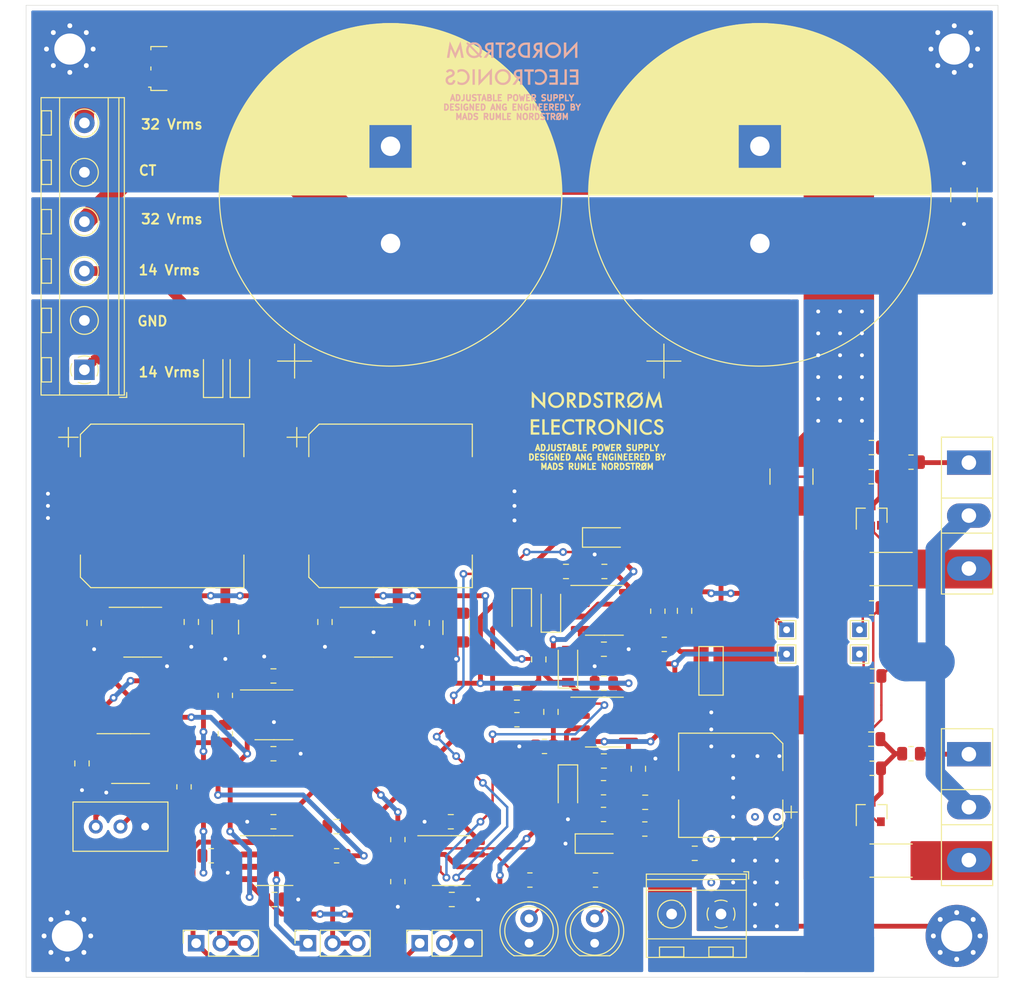
<source format=kicad_pcb>
(kicad_pcb (version 20171130) (host pcbnew "(5.1.10-1-10_14)")
  (layers (0 F.Cu signal) (31 B.Cu signal) (34 B.Paste user) (35 F.Paste user) (36 B.SilkS user) (37 F.SilkS user) (38 B.Mask user) (39 F.Mask user) (44 Edge.Cuts user))
  (net 0 "")
  (net 1 Power_In)
  (net 2 Center_tap)
  (net 3 GND)
  (net 4 "Net-(C4-Pad1)")
  (net 5 +15V)
  (net 6 "Net-(C12-Pad2)")
  (net 7 -15V)
  (net 8 "Net-(C20-Pad2)")
  (net 9 "Net-(C20-Pad1)")
  (net 10 "Net-(C21-Pad1)")
  (net 11 Feedback_control)
  (net 12 "Net-(C22-Pad1)")
  (net 13 CC_flag)
  (net 14 "Net-(C25-Pad1)")
  (net 15 "Net-(C26-Pad1)")
  (net 16 CV_flag)
  (net 17 "Net-(C27-Pad1)")
  (net 18 "Net-(C28-Pad2)")
  (net 19 "Net-(D1-Pad1)")
  (net 20 "Net-(D1-Pad2)")
  (net 21 "Net-(D2-Pad2)")
  (net 22 "Net-(D3-Pad2)")
  (net 23 "Net-(D7-Pad2)")
  (net 24 "Net-(D8-Pad2)")
  (net 25 "Net-(Q1-Pad1)")
  (net 26 "Net-(Q1-Pad3)")
  (net 27 Series_pass_out)
  (net 28 "Net-(Q3-Pad3)")
  (net 29 "Net-(Q3-Pad1)")
  (net 30 "Net-(R1-Pad1)")
  (net 31 -5.000V)
  (net 32 5.000V)
  (net 33 "Net-(R3-Pad1)")
  (net 34 "Net-(R3-Pad2)")
  (net 35 "Net-(R4-Pad2)")
  (net 36 "Net-(R5-Pad2)")
  (net 37 I_sense-)
  (net 38 Iset)
  (net 39 "Net-(R16-Pad1)")
  (net 40 "Net-(R17-Pad2)")
  (net 41 "Net-(R20-Pad1)")
  (net 42 "Net-(R25-Pad2)")
  (net 43 Vset)
  (net 44 "Net-(U1-Pad1)")
  (net 45 "Net-(U1-Pad3)")
  (net 46 "Net-(U1-Pad7)")
  (net 47 "Net-(U1-Pad8)")
  (net 48 "Net-(U3-Pad4)")
  (net 49 "Net-(U3-Pad5)")
  (net 50 "Net-(U4-Pad8)")
  (net 51 "Net-(U4-Pad4)")
  (net 52 "Net-(D10-Pad1)")
  (net 53 "Net-(Q2-Pad2)")
  (net 54 "Net-(H5-Pad1)")
  (net 55 "Net-(H7-Pad1)")
  (net 56 "Net-(U2-Pad6)")
  (net 57 "Net-(U7-Pad6)")
  (module Graphics:Logo_medium (layer B.Cu) (at 50 -94 180)
    (fp_text reference G*** hide)
    (fp_text value LOGO hide)
  )
  (module Graphics:Logo_medium (layer F.Cu) (at 58.75 -58)
    (fp_text reference G*** hide)
    (fp_text value LOGO hide)
  )
  (module TestPoint:TestPoint_THTPad_1.5x1.5mm_Drill0.7mm (layer F.Cu) (at 78.25 -35.75)
    (fp_text reference H8)
    (fp_text value MountingHole_Pad)
    (pad 1 thru_hole rect (at 0 0) (size 1.5 1.5) (drill 0.7) (layers *.Cu *.Mask) (net 5 +15V))
  )
  (module TestPoint:TestPoint_THTPad_1.5x1.5mm_Drill0.7mm (layer F.Cu) (at 85.75 -35.75)
    (fp_text reference H7)
    (fp_text value MountingHole_Pad)
    (pad 1 thru_hole rect (at 0 0) (size 1.5 1.5) (drill 0.7) (layers *.Cu *.Mask) (net 55 "Net-(H7-Pad1)"))
  )
  (module TestPoint:TestPoint_THTPad_1.5x1.5mm_Drill0.7mm (layer F.Cu) (at 78.25 -33.25)
    (fp_text reference H6)
    (fp_text value MountingHole_Pad)
    (pad 1 thru_hole rect (at 0 0) (size 1.5 1.5) (drill 0.7) (layers *.Cu *.Mask) (net 7 -15V))
  )
  (module Capacitor_SMD:CP_Elec_16x17.5 (layer F.Cu) (at 14 -48.5)
    (fp_text reference C12)
    (fp_text value 1m hide)
    (pad 1 smd roundrect (at -6.25 0) (size 7.8 9.6) (layers F.Cu F.Paste F.Mask) (roundrect_rratio 0.03205089743589744) (net 3 GND))
    (pad 2 smd roundrect (at 6.25 0) (size 7.8 9.6) (layers F.Cu F.Paste F.Mask) (roundrect_rratio 0.03205089743589744) (net 6 "Net-(C12-Pad2)"))
  )
  (module MountingHole:MountingHole_3.2mm_M3_Pad_Via (layer F.Cu) (at 95.75 -4.25)
    (fp_text reference H4)
    (fp_text value MountingHole_Pad)
    (pad 1 thru_hole circle (at 1.697056 -1.697056) (size 0.8 0.8) (drill 0.5) (layers *.Cu *.Mask) (net 3 GND))
    (pad 1 thru_hole circle (at 0 -2.4) (size 0.8 0.8) (drill 0.5) (layers *.Cu *.Mask) (net 3 GND))
    (pad 1 thru_hole circle (at -1.697056 -1.697056) (size 0.8 0.8) (drill 0.5) (layers *.Cu *.Mask) (net 3 GND))
    (pad 1 thru_hole circle (at -2.4 0) (size 0.8 0.8) (drill 0.5) (layers *.Cu *.Mask) (net 3 GND))
    (pad 1 thru_hole circle (at -1.697056 1.697056) (size 0.8 0.8) (drill 0.5) (layers *.Cu *.Mask) (net 3 GND))
    (pad 1 thru_hole circle (at 0 2.4) (size 0.8 0.8) (drill 0.5) (layers *.Cu *.Mask) (net 3 GND))
    (pad 1 thru_hole circle (at 1.697056 1.697056) (size 0.8 0.8) (drill 0.5) (layers *.Cu *.Mask) (net 3 GND))
    (pad 1 thru_hole circle (at 2.4 0) (size 0.8 0.8) (drill 0.5) (layers *.Cu *.Mask) (net 3 GND))
    (pad 1 thru_hole circle (at 0 0) (size 6.4 6.4) (drill 3.2) (layers *.Cu *.Mask) (net 3 GND))
  )
  (module MountingHole:MountingHole_3.2mm_M3_Pad_Via (layer F.Cu) (at 4.25 -4.25)
    (fp_text reference H3)
    (fp_text value MountingHole_Pad)
    (pad 1 thru_hole circle (at 1.697056 -1.697056) (size 0.8 0.8) (drill 0.5) (layers *.Cu *.Mask) (net 3 GND))
    (pad 1 thru_hole circle (at 0 -2.4) (size 0.8 0.8) (drill 0.5) (layers *.Cu *.Mask) (net 3 GND))
    (pad 1 thru_hole circle (at -1.697056 -1.697056) (size 0.8 0.8) (drill 0.5) (layers *.Cu *.Mask) (net 3 GND))
    (pad 1 thru_hole circle (at -2.4 0) (size 0.8 0.8) (drill 0.5) (layers *.Cu *.Mask) (net 3 GND))
    (pad 1 thru_hole circle (at -1.697056 1.697056) (size 0.8 0.8) (drill 0.5) (layers *.Cu *.Mask) (net 3 GND))
    (pad 1 thru_hole circle (at 0 2.4) (size 0.8 0.8) (drill 0.5) (layers *.Cu *.Mask) (net 3 GND))
    (pad 1 thru_hole circle (at 1.697056 1.697056) (size 0.8 0.8) (drill 0.5) (layers *.Cu *.Mask) (net 3 GND))
    (pad 1 thru_hole circle (at 2.4 0) (size 0.8 0.8) (drill 0.5) (layers *.Cu *.Mask) (net 3 GND))
    (pad 1 thru_hole circle (at 0 0) (size 6.4 6.4) (drill 3.2) (layers *.Cu *.Mask) (net 3 GND))
  )
  (module MountingHole:MountingHole_3.2mm_M3_Pad_Via (layer F.Cu) (at 95.5 -95.5)
    (fp_text reference H2)
    (fp_text value MountingHole_Pad)
    (pad 1 thru_hole circle (at 1.697056 -1.697056) (size 0.8 0.8) (drill 0.5) (layers *.Cu *.Mask) (net 2 Center_tap))
    (pad 1 thru_hole circle (at 0 -2.4) (size 0.8 0.8) (drill 0.5) (layers *.Cu *.Mask) (net 2 Center_tap))
    (pad 1 thru_hole circle (at -1.697056 -1.697056) (size 0.8 0.8) (drill 0.5) (layers *.Cu *.Mask) (net 2 Center_tap))
    (pad 1 thru_hole circle (at -2.4 0) (size 0.8 0.8) (drill 0.5) (layers *.Cu *.Mask) (net 2 Center_tap))
    (pad 1 thru_hole circle (at -1.697056 1.697056) (size 0.8 0.8) (drill 0.5) (layers *.Cu *.Mask) (net 2 Center_tap))
    (pad 1 thru_hole circle (at 0 2.4) (size 0.8 0.8) (drill 0.5) (layers *.Cu *.Mask) (net 2 Center_tap))
    (pad 1 thru_hole circle (at 1.697056 1.697056) (size 0.8 0.8) (drill 0.5) (layers *.Cu *.Mask) (net 2 Center_tap))
    (pad 1 thru_hole circle (at 2.4 0) (size 0.8 0.8) (drill 0.5) (layers *.Cu *.Mask) (net 2 Center_tap))
    (pad 1 thru_hole circle (at 0 0) (size 6.4 6.4) (drill 3.2) (layers *.Cu *.Mask) (net 2 Center_tap))
  )
  (module MountingHole:MountingHole_3.2mm_M3_Pad_Via (layer F.Cu) (at 4.5 -95.5)
    (fp_text reference H1)
    (fp_text value MountingHole_Pad)
    (pad 1 thru_hole circle (at 1.697056 -1.697056) (size 0.8 0.8) (drill 0.5) (layers *.Cu *.Mask) (net 2 Center_tap))
    (pad 1 thru_hole circle (at 0 -2.4) (size 0.8 0.8) (drill 0.5) (layers *.Cu *.Mask) (net 2 Center_tap))
    (pad 1 thru_hole circle (at -1.697056 -1.697056) (size 0.8 0.8) (drill 0.5) (layers *.Cu *.Mask) (net 2 Center_tap))
    (pad 1 thru_hole circle (at -2.4 0) (size 0.8 0.8) (drill 0.5) (layers *.Cu *.Mask) (net 2 Center_tap))
    (pad 1 thru_hole circle (at -1.697056 1.697056) (size 0.8 0.8) (drill 0.5) (layers *.Cu *.Mask) (net 2 Center_tap))
    (pad 1 thru_hole circle (at 0 2.4) (size 0.8 0.8) (drill 0.5) (layers *.Cu *.Mask) (net 2 Center_tap))
    (pad 1 thru_hole circle (at 1.697056 1.697056) (size 0.8 0.8) (drill 0.5) (layers *.Cu *.Mask) (net 2 Center_tap))
    (pad 1 thru_hole circle (at 2.4 0) (size 0.8 0.8) (drill 0.5) (layers *.Cu *.Mask) (net 2 Center_tap))
    (pad 1 thru_hole circle (at 0 0) (size 6.4 6.4) (drill 3.2) (layers *.Cu *.Mask) (net 2 Center_tap))
  )
  (module Capacitor_SMD:CP_Elec_10x10.5 (layer F.Cu) (at 72.5 -19.75 180)
    (fp_text reference C23)
    (fp_text value 200u)
    (pad 2 smd roundrect (at 4.2 0 180) (size 4.4 2.5) (layers F.Cu F.Paste F.Mask) (roundrect_rratio 0.1) (net 2 Center_tap))
    (pad 1 smd roundrect (at -4.2 0 180) (size 4.4 2.5) (layers F.Cu F.Paste F.Mask) (roundrect_rratio 0.1) (net 3 GND))
  )
  (module Capacitor_THT:CP_Radial_D35.0mm_P10.00mm_SnapIn (layer F.Cu) (at 37.5 -75.5 90)
    (fp_text reference C1)
    (fp_text value 10m hide)
    (pad 1 thru_hole rect (at 0 0 90) (size 4 4) (drill 2) (layers *.Cu *.Mask) (net 1 Power_In))
    (pad 2 thru_hole circle (at 10 0 90) (size 4 4) (drill 2) (layers *.Cu *.Mask) (net 2 Center_tap))
  )
  (module Capacitor_THT:CP_Radial_D35.0mm_P10.00mm_SnapIn (layer F.Cu) (at 75.5 -75.5 90)
    (fp_text reference C2)
    (fp_text value 10m hide)
    (pad 2 thru_hole circle (at 10 0 90) (size 4 4) (drill 2) (layers *.Cu *.Mask) (net 2 Center_tap))
    (pad 1 thru_hole rect (at 0 0 90) (size 4 4) (drill 2) (layers *.Cu *.Mask) (net 1 Power_In))
  )
  (module Capacitor_SMD:C_1210_3225Metric (layer F.Cu) (at 96.5 -80.5 90)
    (fp_text reference C3)
    (fp_text value 10u hide)
    (pad 1 smd roundrect (at -1.475 0 90) (size 1.15 2.7) (layers F.Cu F.Paste F.Mask) (roundrect_rratio 0.2173904347826087) (net 1 Power_In))
    (pad 2 smd roundrect (at 1.475 0 90) (size 1.15 2.7) (layers F.Cu F.Paste F.Mask) (roundrect_rratio 0.2173904347826087) (net 2 Center_tap))
  )
  (module Capacitor_SMD:CP_Elec_16x17.5 (layer F.Cu) (at 37.5 -48.5)
    (fp_text reference C4)
    (fp_text value 1m hide)
    (pad 2 smd roundrect (at 6.25 0) (size 7.8 9.6) (layers F.Cu F.Paste F.Mask) (roundrect_rratio 0.03205089743589744) (net 3 GND))
    (pad 1 smd roundrect (at -6.25 0) (size 7.8 9.6) (layers F.Cu F.Paste F.Mask) (roundrect_rratio 0.03205089743589744) (net 4 "Net-(C4-Pad1)"))
  )
  (module Capacitor_SMD:C_1210_3225Metric (layer F.Cu) (at 44.25 -35.975 270)
    (fp_text reference C5)
    (fp_text value 10u hide)
    (pad 1 smd roundrect (at -1.475 0 270) (size 1.15 2.7) (layers F.Cu F.Paste F.Mask) (roundrect_rratio 0.2173904347826087) (net 4 "Net-(C4-Pad1)"))
    (pad 2 smd roundrect (at 1.475 0 270) (size 1.15 2.7) (layers F.Cu F.Paste F.Mask) (roundrect_rratio 0.2173904347826087) (net 3 GND))
  )
  (module Capacitor_SMD:C_0805_2012Metric (layer F.Cu) (at 40.75 -36.45 270)
    (fp_text reference C6)
    (fp_text value 330n hide)
    (pad 2 smd roundrect (at 0.95 0 270) (size 1 1.45) (layers F.Cu F.Paste F.Mask) (net 3 GND))
    (pad 1 smd roundrect (at -0.95 0 270) (size 1 1.45) (layers F.Cu F.Paste F.Mask) (net 4 "Net-(C4-Pad1)"))
  )
  (module Capacitor_SMD:C_0805_2012Metric (layer F.Cu) (at 30.75 -36.55 270)
    (fp_text reference C7)
    (fp_text value 100n hide)
    (pad 1 smd roundrect (at -0.95 0 270) (size 1 1.45) (layers F.Cu F.Paste F.Mask) (net 5 +15V))
    (pad 2 smd roundrect (at 0.95 0 270) (size 1 1.45) (layers F.Cu F.Paste F.Mask) (net 3 GND))
  )
  (module Capacitor_SMD:C_0805_2012Metric (layer F.Cu) (at 25.45 -31 180)
    (fp_text reference C8)
    (fp_text value 10n hide)
    (pad 1 smd roundrect (at -0.95 0 180) (size 1 1.45) (layers F.Cu F.Paste F.Mask) (net 5 +15V))
    (pad 2 smd roundrect (at 0.95 0 180) (size 1 1.45) (layers F.Cu F.Paste F.Mask) (net 3 GND))
  )
  (module Capacitor_SMD:C_0805_2012Metric (layer F.Cu) (at 25.45 -16 180)
    (fp_text reference C9)
    (fp_text value 10n hide)
    (pad 1 smd roundrect (at -0.95 0 180) (size 1 1.45) (layers F.Cu F.Paste F.Mask) (net 5 +15V))
    (pad 2 smd roundrect (at 0.95 0 180) (size 1 1.45) (layers F.Cu F.Paste F.Mask) (net 3 GND))
  )
  (module Capacitor_SMD:C_0805_2012Metric (layer F.Cu) (at 59.5 -41.75 180)
    (fp_text reference C10)
    (fp_text value 10n hide)
    (pad 1 smd roundrect (at -0.95 0 180) (size 1 1.45) (layers F.Cu F.Paste F.Mask) (net 5 +15V))
    (pad 2 smd roundrect (at 0.95 0 180) (size 1 1.45) (layers F.Cu F.Paste F.Mask) (net 3 GND))
  )
  (module Capacitor_SMD:C_0805_2012Metric (layer F.Cu) (at 59.45 -30.25 180)
    (fp_text reference C11)
    (fp_text value 10n hide)
    (pad 1 smd roundrect (at -0.95 0 180) (size 1 1.45) (layers F.Cu F.Paste F.Mask) (net 5 +15V))
    (pad 2 smd roundrect (at 0.95 0 180) (size 1 1.45) (layers F.Cu F.Paste F.Mask) (net 3 GND))
  )
  (module Capacitor_SMD:C_1210_3225Metric (layer F.Cu) (at 20.5 -36.025 90)
    (fp_text reference C13)
    (fp_text value 10u hide)
    (pad 2 smd roundrect (at 1.475 0 90) (size 1.15 2.7) (layers F.Cu F.Paste F.Mask) (roundrect_rratio 0.2173904347826087) (net 6 "Net-(C12-Pad2)"))
    (pad 1 smd roundrect (at -1.475 0 90) (size 1.15 2.7) (layers F.Cu F.Paste F.Mask) (roundrect_rratio 0.2173904347826087) (net 3 GND))
  )
  (module Capacitor_SMD:C_0805_2012Metric (layer F.Cu) (at 17 -36.55 90)
    (fp_text reference C14)
    (fp_text value 330n hide)
    (pad 1 smd roundrect (at -0.95 0 90) (size 1 1.45) (layers F.Cu F.Paste F.Mask) (net 3 GND))
    (pad 2 smd roundrect (at 0.95 0 90) (size 1 1.45) (layers F.Cu F.Paste F.Mask) (net 6 "Net-(C12-Pad2)"))
  )
  (module Capacitor_SMD:C_0805_2012Metric (layer F.Cu) (at 7 -36.45 90)
    (fp_text reference C15)
    (fp_text value 100n hide)
    (pad 2 smd roundrect (at 0.95 0 90) (size 1 1.45) (layers F.Cu F.Paste F.Mask) (net 7 -15V))
    (pad 1 smd roundrect (at -0.95 0 90) (size 1 1.45) (layers F.Cu F.Paste F.Mask) (net 3 GND))
  )
  (module Capacitor_SMD:C_0805_2012Metric (layer F.Cu) (at 25.45 -23 180)
    (fp_text reference C16)
    (fp_text value 10n hide)
    (pad 2 smd roundrect (at 0.95 0 180) (size 1 1.45) (layers F.Cu F.Paste F.Mask) (net 7 -15V))
    (pad 1 smd roundrect (at -0.95 0 180) (size 1 1.45) (layers F.Cu F.Paste F.Mask) (net 3 GND))
  )
  (module Capacitor_SMD:C_0805_2012Metric (layer F.Cu) (at 25.55 -8 180)
    (fp_text reference C17)
    (fp_text value 10n hide)
    (pad 2 smd roundrect (at 0.95 0 180) (size 1 1.45) (layers F.Cu F.Paste F.Mask) (net 7 -15V))
    (pad 1 smd roundrect (at -0.95 0 180) (size 1 1.45) (layers F.Cu F.Paste F.Mask) (net 3 GND))
  )
  (module Capacitor_SMD:C_0805_2012Metric (layer F.Cu) (at 59.45 -33.75 180)
    (fp_text reference C18)
    (fp_text value 10n hide)
    (pad 2 smd roundrect (at 0.95 0 180) (size 1 1.45) (layers F.Cu F.Paste F.Mask) (net 7 -15V))
    (pad 1 smd roundrect (at -0.95 0 180) (size 1 1.45) (layers F.Cu F.Paste F.Mask) (net 3 GND))
  )
  (module Capacitor_SMD:C_0805_2012Metric (layer F.Cu) (at 59.45 -22.25 180)
    (fp_text reference C19)
    (fp_text value 10n hide)
    (pad 2 smd roundrect (at 0.95 0 180) (size 1 1.45) (layers F.Cu F.Paste F.Mask) (net 7 -15V))
    (pad 1 smd roundrect (at -0.95 0 180) (size 1 1.45) (layers F.Cu F.Paste F.Mask) (net 3 GND))
  )
  (module Capacitor_SMD:C_0805_2012Metric (layer F.Cu) (at 67.75 -37.7 90)
    (fp_text reference C20)
    (fp_text value 330p hide)
    (pad 2 smd roundrect (at 0.95 0 90) (size 1 1.45) (layers F.Cu F.Paste F.Mask) (net 8 "Net-(C20-Pad2)"))
    (pad 1 smd roundrect (at -0.95 0 90) (size 1 1.45) (layers F.Cu F.Paste F.Mask) (net 9 "Net-(C20-Pad1)"))
  )
  (module Capacitor_SMD:C_0805_2012Metric (layer F.Cu) (at 87 -54.5 180)
    (fp_text reference C21)
    (fp_text value 100n hide)
    (pad 1 smd roundrect (at -0.95 0 180) (size 1 1.45) (layers F.Cu F.Paste F.Mask) (net 10 "Net-(C21-Pad1)"))
    (pad 2 smd roundrect (at 0.95 0 180) (size 1 1.45) (layers F.Cu F.Paste F.Mask) (net 11 Feedback_control))
  )
  (module Capacitor_SMD:C_0805_2012Metric (layer F.Cu) (at 55.55 -41.75)
    (fp_text reference C22)
    (fp_text value 4.7n hide)
    (pad 1 smd roundrect (at -0.95 0) (size 1 1.45) (layers F.Cu F.Paste F.Mask) (net 12 "Net-(C22-Pad1)"))
    (pad 2 smd roundrect (at 0.95 0) (size 1 1.45) (layers F.Cu F.Paste F.Mask) (net 13 CC_flag))
  )
  (module Capacitor_SMD:C_0805_2012Metric (layer F.Cu) (at 68.8 -12.75 180)
    (fp_text reference C24)
    (fp_text value 100n hide)
    (pad 1 smd roundrect (at -0.95 0 180) (size 1 1.45) (layers F.Cu F.Paste F.Mask) (net 3 GND))
    (pad 2 smd roundrect (at 0.95 0 180) (size 1 1.45) (layers F.Cu F.Paste F.Mask) (net 2 Center_tap))
  )
  (module Capacitor_SMD:C_0805_2012Metric (layer F.Cu) (at 86.95 -24.5 180)
    (fp_text reference C25)
    (fp_text value 100n hide)
    (pad 2 smd roundrect (at 0.95 0 180) (size 1 1.45) (layers F.Cu F.Paste F.Mask) (net 11 Feedback_control))
    (pad 1 smd roundrect (at -0.95 0 180) (size 1 1.45) (layers F.Cu F.Paste F.Mask) (net 14 "Net-(C25-Pad1)"))
  )
  (module Capacitor_SMD:C_0805_2012Metric (layer F.Cu) (at 50.5 -29.25)
    (fp_text reference C26)
    (fp_text value 2.2n hide)
    (pad 1 smd roundrect (at -0.95 0) (size 1 1.45) (layers F.Cu F.Paste F.Mask) (net 15 "Net-(C26-Pad1)"))
    (pad 2 smd roundrect (at 0.95 0) (size 1 1.45) (layers F.Cu F.Paste F.Mask) (net 16 CV_flag))
  )
  (module Capacitor_SMD:C_0805_2012Metric (layer F.Cu) (at 54 -27.3 90)
    (fp_text reference C27)
    (fp_text value 470p hide)
    (pad 2 smd roundrect (at 0.95 0 90) (size 1 1.45) (layers F.Cu F.Paste F.Mask) (net 16 CV_flag))
    (pad 1 smd roundrect (at -0.95 0 90) (size 1 1.45) (layers F.Cu F.Paste F.Mask) (net 17 "Net-(C27-Pad1)"))
  )
  (module Capacitor_SMD:C_0805_2012Metric (layer F.Cu) (at 63 -21.45 270)
    (fp_text reference C28)
    (fp_text value 100p hide)
    (pad 2 smd roundrect (at 0.95 0 270) (size 1 1.45) (layers F.Cu F.Paste F.Mask) (net 18 "Net-(C28-Pad2)"))
    (pad 1 smd roundrect (at -0.95 0 270) (size 1 1.45) (layers F.Cu F.Paste F.Mask) (net 3 GND))
  )
  (module Capacitor_SMD:C_0805_2012Metric (layer F.Cu) (at 52.75 -32.7 90)
    (fp_text reference C29)
    (fp_text value 220n hide)
    (pad 1 smd roundrect (at -0.95 0 90) (size 1 1.45) (layers F.Cu F.Paste F.Mask) (net 16 CV_flag))
    (pad 2 smd roundrect (at 0.95 0 90) (size 1 1.45) (layers F.Cu F.Paste F.Mask) (net 11 Feedback_control))
  )
  (module Capacitor_SMD:C_0805_2012Metric (layer F.Cu) (at 63.7 -18)
    (fp_text reference C30)
    (fp_text value 47n hide)
    (pad 2 smd roundrect (at 0.95 0) (size 1 1.45) (layers F.Cu F.Paste F.Mask) (net 2 Center_tap))
    (pad 1 smd roundrect (at -0.95 0) (size 1 1.45) (layers F.Cu F.Paste F.Mask) (net 18 "Net-(C28-Pad2)"))
  )
  (module Capacitor_SMD:C_0805_2012Metric (layer F.Cu) (at 43.7 -16 180)
    (fp_text reference C31)
    (fp_text value 10n hide)
    (pad 2 smd roundrect (at 0.95 0 180) (size 1 1.45) (layers F.Cu F.Paste F.Mask) (net 3 GND))
    (pad 1 smd roundrect (at -0.95 0 180) (size 1 1.45) (layers F.Cu F.Paste F.Mask) (net 5 +15V))
  )
  (module Capacitor_SMD:C_0805_2012Metric (layer F.Cu) (at 43.8 -8 180)
    (fp_text reference C32)
    (fp_text value 10n hide)
    (pad 2 smd roundrect (at 0.95 0 180) (size 1 1.45) (layers F.Cu F.Paste F.Mask) (net 7 -15V))
    (pad 1 smd roundrect (at -0.95 0 180) (size 1 1.45) (layers F.Cu F.Paste F.Mask) (net 3 GND))
  )
  (module Capacitor_SMD:C_0805_2012Metric (layer F.Cu) (at 5.75 -22 270)
    (fp_text reference C33)
    (fp_text value 10n hide)
    (pad 1 smd roundrect (at -0.95 0 270) (size 1 1.45) (layers F.Cu F.Paste F.Mask) (net 5 +15V))
    (pad 2 smd roundrect (at 0.95 0 270) (size 1 1.45) (layers F.Cu F.Paste F.Mask) (net 3 GND))
  )
  (module Package_TO_SOT_SMD:TO-277A (layer F.Cu) (at 16 -93.5 90)
    (fp_text reference D1)
    (fp_text value D_x2_KCom_AAK hide)
    (pad 1 smd rect (at -1.04 -2.765 90) (size 1.4 1.27) (layers F.Cu F.Paste F.Mask) (net 19 "Net-(D1-Pad1)"))
    (pad 3 smd rect (at 0 1.04 90) (size 4.8 4.72) (layers F.Cu F.Mask) (net 1 Power_In))
    (pad 2 smd rect (at 1.04 -2.765 90) (size 1.4 1.27) (layers F.Cu F.Paste F.Mask) (net 20 "Net-(D1-Pad2)"))
  )
  (module Diode_SMD:D_SOD-123 (layer F.Cu) (at 22 -61.9 90)
    (fp_text reference D2)
    (fp_text value D hide)
    (pad 2 smd rect (at 1.65 0 90) (size 0.9 1.2) (layers F.Cu F.Paste F.Mask) (net 21 "Net-(D2-Pad2)"))
    (pad 1 smd rect (at -1.65 0 90) (size 0.9 1.2) (layers F.Cu F.Paste F.Mask) (net 4 "Net-(C4-Pad1)"))
  )
  (module Diode_SMD:D_SOD-123 (layer F.Cu) (at 19.25 -61.9 90)
    (fp_text reference D3)
    (fp_text value D hide)
    (pad 1 smd rect (at -1.65 0 90) (size 0.9 1.2) (layers F.Cu F.Paste F.Mask) (net 6 "Net-(C12-Pad2)"))
    (pad 2 smd rect (at 1.65 0 90) (size 0.9 1.2) (layers F.Cu F.Paste F.Mask) (net 22 "Net-(D3-Pad2)"))
  )
  (module Diode_SMD:D_SOD-123 (layer F.Cu) (at 59.5 -45.25)
    (fp_text reference D4)
    (fp_text value D hide)
    (pad 1 smd rect (at -1.65 0) (size 0.9 1.2) (layers F.Cu F.Paste F.Mask) (net 13 CC_flag))
    (pad 2 smd rect (at 1.65 0) (size 0.9 1.2) (layers F.Cu F.Paste F.Mask) (net 11 Feedback_control))
  )
  (module Diode_SMD:D_SOD-123 (layer F.Cu) (at 54 -37.75 90)
    (fp_text reference D5)
    (fp_text value D hide)
    (pad 1 smd rect (at -1.65 0 90) (size 0.9 1.2) (layers F.Cu F.Paste F.Mask) (net 8 "Net-(C20-Pad2)"))
    (pad 2 smd rect (at 1.65 0 90) (size 0.9 1.2) (layers F.Cu F.Paste F.Mask) (net 12 "Net-(C22-Pad1)"))
  )
  (module Diode_SMD:D_SOD-123 (layer F.Cu) (at 51 -37.75 270)
    (fp_text reference D6)
    (fp_text value D hide)
    (pad 2 smd rect (at 1.65 0 270) (size 0.9 1.2) (layers F.Cu F.Paste F.Mask) (net 8 "Net-(C20-Pad2)"))
    (pad 1 smd rect (at -1.65 0 270) (size 0.9 1.2) (layers F.Cu F.Paste F.Mask) (net 12 "Net-(C22-Pad1)"))
  )
  (module LED_THT:LED_D5.0mm (layer F.Cu) (at 51.75 -3.5 90)
    (fp_text reference D7)
    (fp_text value LED hide)
    (pad 1 thru_hole rect (at 0 0 90) (size 1.8 1.8) (drill 0.9) (layers *.Cu *.Mask) (net 3 GND))
    (pad 2 thru_hole circle (at 2.54 0 90) (size 1.8 1.8) (drill 0.9) (layers *.Cu *.Mask) (net 23 "Net-(D7-Pad2)"))
  )
  (module LED_THT:LED_D5.0mm (layer F.Cu) (at 58.5 -3.5 90)
    (fp_text reference D8)
    (fp_text value LED hide)
    (pad 2 thru_hole circle (at 2.54 0 90) (size 1.8 1.8) (drill 0.9) (layers *.Cu *.Mask) (net 24 "Net-(D8-Pad2)"))
    (pad 1 thru_hole rect (at 0 0 90) (size 1.8 1.8) (drill 0.9) (layers *.Cu *.Mask) (net 3 GND))
  )
  (module Diode_SMD:D_SOD-123 (layer F.Cu) (at 55.75 -32 90)
    (fp_text reference D9)
    (fp_text value D hide)
    (pad 2 smd rect (at 1.65 0 90) (size 0.9 1.2) (layers F.Cu F.Paste F.Mask) (net 11 Feedback_control))
    (pad 1 smd rect (at -1.65 0 90) (size 0.9 1.2) (layers F.Cu F.Paste F.Mask) (net 16 CV_flag))
  )
  (module Diode_SMD:D_SOD-123 (layer F.Cu) (at 55.75 -19.6 270)
    (fp_text reference D10)
    (fp_text value D hide)
    (pad 2 smd rect (at 1.65 0 270) (size 0.9 1.2) (layers F.Cu F.Paste F.Mask) (net 3 GND))
    (pad 1 smd rect (at -1.65 0 270) (size 0.9 1.2) (layers F.Cu F.Paste F.Mask) (net 52 "Net-(D10-Pad1)"))
  )
  (module Diode_SMD:D_SOD-123 (layer F.Cu) (at 58.75 -13.75)
    (fp_text reference D11)
    (fp_text value D hide)
    (pad 1 smd rect (at -1.65 0) (size 0.9 1.2) (layers F.Cu F.Paste F.Mask) (net 3 GND))
    (pad 2 smd rect (at 1.65 0) (size 0.9 1.2) (layers F.Cu F.Paste F.Mask) (net 18 "Net-(C28-Pad2)"))
  )
  (module TerminalBlock_RND:TerminalBlock_RND_205-00236_1x06_P5.08mm_Horizontal (layer F.Cu) (at 6 -62.5 90)
    (fp_text reference J1)
    (fp_text value Conn_01x06 hide)
    (pad 1 thru_hole rect (at 0 0 90) (size 2.1 2.1) (drill 1.1) (layers *.Cu *.Mask) (net 22 "Net-(D3-Pad2)"))
    (pad 2 thru_hole circle (at 5.08 0 90) (size 2.1 2.1) (drill 1.1) (layers *.Cu *.Mask) (net 3 GND))
    (pad 3 thru_hole circle (at 10.16 0 90) (size 2.1 2.1) (drill 1.1) (layers *.Cu *.Mask) (net 21 "Net-(D2-Pad2)"))
    (pad 4 thru_hole circle (at 15.24 0 90) (size 2.1 2.1) (drill 1.1) (layers *.Cu *.Mask) (net 19 "Net-(D1-Pad1)"))
    (pad 5 thru_hole circle (at 20.32 0 90) (size 2.1 2.1) (drill 1.1) (layers *.Cu *.Mask) (net 2 Center_tap))
    (pad 6 thru_hole circle (at 25.4 0 90) (size 2.1 2.1) (drill 1.1) (layers *.Cu *.Mask) (net 20 "Net-(D1-Pad2)"))
  )
  (module TerminalBlock_RND:TerminalBlock_RND_205-00232_1x02_P5.08mm_Horizontal (layer F.Cu) (at 71.5 -6.5 180)
    (fp_text reference J2)
    (fp_text value Conn_01x02 hide)
    (pad 1 thru_hole rect (at 0 0 180) (size 2.1 2.1) (drill 1.1) (layers *.Cu *.Mask) (net 3 GND))
    (pad 2 thru_hole circle (at 5.08 0 180) (size 2.1 2.1) (drill 1.1) (layers *.Cu *.Mask) (net 2 Center_tap))
  )
  (module Package_TO_SOT_THT:TO-247-3_Vertical (layer F.Cu) (at 97 -52.95 270)
    (fp_text reference Q1)
    (fp_text value Q_NMOS_GDS hide)
    (pad 1 thru_hole rect (at 0 0 270) (size 2.5 4.5) (drill 1.5) (layers *.Cu *.Mask) (net 25 "Net-(Q1-Pad1)"))
    (pad 2 thru_hole oval (at 5.45 0 270) (size 2.5 4.5) (drill 1.5) (layers *.Cu *.Mask) (net 1 Power_In))
    (pad 3 thru_hole oval (at 10.9 0 270) (size 2.5 4.5) (drill 1.5) (layers *.Cu *.Mask) (net 26 "Net-(Q1-Pad3)"))
  )
  (module Package_TO_SOT_SMD:SOT-23 (layer F.Cu) (at 87 -47.5 90)
    (fp_text reference Q2)
    (fp_text value Q_NPN_BEC hide)
    (pad 3 smd rect (at 1 0 90) (size 0.9 0.8) (layers F.Cu F.Paste F.Mask) (net 10 "Net-(C21-Pad1)"))
    (pad 2 smd rect (at -1 0.95 90) (size 0.9 0.8) (layers F.Cu F.Paste F.Mask) (net 53 "Net-(Q2-Pad2)"))
    (pad 1 smd rect (at -1 -0.95 90) (size 0.9 0.8) (layers F.Cu F.Paste F.Mask) (net 27 Series_pass_out))
  )
  (module Package_TO_SOT_THT:TO-247-3_Vertical (layer F.Cu) (at 97 -22.95 270)
    (fp_text reference Q3)
    (fp_text value Q_NMOS_GDS hide)
    (pad 3 thru_hole oval (at 10.9 0 270) (size 2.5 4.5) (drill 1.5) (layers *.Cu *.Mask) (net 28 "Net-(Q3-Pad3)"))
    (pad 2 thru_hole oval (at 5.45 0 270) (size 2.5 4.5) (drill 1.5) (layers *.Cu *.Mask) (net 1 Power_In))
    (pad 1 thru_hole rect (at 0 0 270) (size 2.5 4.5) (drill 1.5) (layers *.Cu *.Mask) (net 29 "Net-(Q3-Pad1)"))
  )
  (module Package_TO_SOT_SMD:SOT-23 (layer F.Cu) (at 87 -17 90)
    (fp_text reference Q4)
    (fp_text value Q_NPN_BEC hide)
    (pad 1 smd rect (at -1 -0.95 90) (size 0.9 0.8) (layers F.Cu F.Paste F.Mask) (net 27 Series_pass_out))
    (pad 2 smd rect (at -1 0.95 90) (size 0.9 0.8) (layers F.Cu F.Paste F.Mask) (net 53 "Net-(Q2-Pad2)"))
    (pad 3 smd rect (at 1 0 90) (size 0.9 0.8) (layers F.Cu F.Paste F.Mask) (net 14 "Net-(C25-Pad1)"))
  )
  (module Resistor_SMD:R_0805_2012Metric (layer F.Cu) (at 16.25 -19.5875 270)
    (fp_text reference R3)
    (fp_text value 1.5M hide)
    (pad 1 smd roundrect (at -0.9125 0 270) (size 1.025 1.4) (layers F.Cu F.Paste F.Mask) (roundrect_rratio 0.2439014634146341) (net 33 "Net-(R3-Pad1)"))
    (pad 2 smd roundrect (at 0.9125 0 270) (size 1.025 1.4) (layers F.Cu F.Paste F.Mask) (roundrect_rratio 0.2439014634146341) (net 34 "Net-(R3-Pad2)"))
  )
  (module Resistor_SMD:R_2512_6332Metric (layer F.Cu) (at 89 -42 180)
    (fp_text reference R6)
    (fp_text value 500m hide)
    (pad 1 smd roundrect (at -2.9625 0 180) (size 1.225 3.35) (layers F.Cu F.Paste F.Mask) (roundrect_rratio 0.2040816326530612) (net 26 "Net-(Q1-Pad3)"))
    (pad 2 smd roundrect (at 2.9625 0 180) (size 1.225 3.35) (layers F.Cu F.Paste F.Mask) (roundrect_rratio 0.2040816326530612) (net 27 Series_pass_out))
  )
  (module A_My_Library:LVK20 (layer F.Cu) (at 71.5 -33.5 270)
    (fp_text reference R11)
    (fp_text value 100m hide)
    (pad 4 smd rect (at 0 0 270) (size 2.55 1.55) (layers F.Cu F.Paste F.Mask) (net 27 Series_pass_out))
    (pad 3 smd rect (at 0 2.05 270) (size 2.55 1.55) (layers F.Cu F.Paste F.Mask) (net 37 I_sense-))
    (pad 2 smd rect (at 3.95 2.05 270) (size 2.55 1.55) (layers F.Cu F.Paste F.Mask) (net 3 GND))
    (pad 1 smd rect (at 3.95 0 270) (size 2.55 1.55) (layers F.Cu F.Paste F.Mask) (net 3 GND))
  )
  (module Capacitor_SMD:C_0805_2012Metric (layer F.Cu) (at 31.95 -15.5 180)
    (fp_text reference R12)
    (fp_text value 7.5k hide)
    (pad 1 smd roundrect (at -0.95 0 180) (size 1 1.45) (layers F.Cu F.Paste F.Mask) (net 12 "Net-(C22-Pad1)"))
    (pad 2 smd roundrect (at 0.95 0 180) (size 1 1.45) (layers F.Cu F.Paste F.Mask) (net 38 Iset))
  )
  (module Resistor_SMD:R_2512_6332Metric (layer F.Cu) (at 89 -12 180)
    (fp_text reference R13)
    (fp_text value 500m hide)
    (pad 2 smd roundrect (at 2.9625 0 180) (size 1.225 3.35) (layers F.Cu F.Paste F.Mask) (roundrect_rratio 0.2040816326530612) (net 27 Series_pass_out))
    (pad 1 smd roundrect (at -2.9625 0 180) (size 1.225 3.35) (layers F.Cu F.Paste F.Mask) (roundrect_rratio 0.2040816326530612) (net 28 "Net-(Q3-Pad3)"))
  )
  (module Resistor_SMD:R_2816_7142Metric (layer F.Cu) (at 78.75 -51.5125 90)
    (fp_text reference R14)
    (fp_text value 1.5k hide)
    (pad 1 smd roundrect (at -2.5125 0 90) (size 3.025 4.45) (layers F.Cu F.Paste F.Mask) (roundrect_rratio 0.08264495867768595) (net 27 Series_pass_out))
    (pad 2 smd roundrect (at 2.5125 0 90) (size 3.025 4.45) (layers F.Cu F.Paste F.Mask) (roundrect_rratio 0.08264495867768595) (net 2 Center_tap))
  )
  (module Potentiometer_THT:Potentiometer_Bourns_3296W_Vertical (layer F.Cu) (at 12.25 -15.5)
    (fp_text reference RV1)
    (fp_text value 100k hide)
    (pad 1 thru_hole circle (at 0 0) (size 1.44 1.44) (drill 0.8) (layers *.Cu *.Mask) (net 3 GND))
    (pad 2 thru_hole circle (at -2.54 0) (size 1.44 1.44) (drill 0.8) (layers *.Cu *.Mask) (net 34 "Net-(R3-Pad2)"))
    (pad 3 thru_hole circle (at -5.08 0) (size 1.44 1.44) (drill 0.8) (layers *.Cu *.Mask) (net 32 5.000V))
  )
  (module Connector_PinSocket_2.54mm:PinSocket_1x03_P2.54mm_Vertical (layer F.Cu) (at 17.5 -3.5 90)
    (fp_text reference RV2)
    (fp_text value 10k hide)
    (pad 1 thru_hole rect (at 0 0 90) (size 1.7 1.7) (drill 1) (layers *.Cu *.Mask) (net 43 Vset))
    (pad 2 thru_hole oval (at 0 2.54 90) (size 1.7 1.7) (drill 1) (layers *.Cu *.Mask) (net 35 "Net-(R4-Pad2)"))
    (pad 3 thru_hole oval (at 0 5.08 90) (size 1.7 1.7) (drill 1) (layers *.Cu *.Mask) (net 35 "Net-(R4-Pad2)"))
  )
  (module Connector_PinSocket_2.54mm:PinSocket_1x03_P2.54mm_Vertical (layer F.Cu) (at 29 -3.5 90)
    (fp_text reference RV3)
    (fp_text value 10k hide)
    (pad 3 thru_hole oval (at 0 5.08 90) (size 1.7 1.7) (drill 1) (layers *.Cu *.Mask) (net 36 "Net-(R5-Pad2)"))
    (pad 2 thru_hole oval (at 0 2.54 90) (size 1.7 1.7) (drill 1) (layers *.Cu *.Mask) (net 36 "Net-(R5-Pad2)"))
    (pad 1 thru_hole rect (at 0 0 90) (size 1.7 1.7) (drill 1) (layers *.Cu *.Mask) (net 38 Iset))
  )
  (module Connector_PinSocket_2.54mm:PinSocket_1x03_P2.54mm_Vertical (layer F.Cu) (at 40.5 -3.5 90)
    (fp_text reference SW1)
    (fp_text value SW_SPDT hide)
    (pad 1 thru_hole rect (at 0 0 90) (size 1.7 1.7) (drill 1) (layers *.Cu *.Mask) (net 43 Vset))
    (pad 2 thru_hole oval (at 0 2.54 90) (size 1.7 1.7) (drill 1) (layers *.Cu *.Mask) (net 42 "Net-(R25-Pad2)"))
    (pad 3 thru_hole oval (at 0 5.08 90) (size 1.7 1.7) (drill 1) (layers *.Cu *.Mask) (net 3 GND))
  )
  (module Package_SO:SO-8_3.9x4.9mm_P1.27mm (layer F.Cu) (at 10.75 -22.5)
    (fp_text reference U1)
    (fp_text value LT1019xN8 hide)
    (pad 1 smd roundrect (at -2.575 -1.905) (size 1.75 0.6) (layers F.Cu F.Paste F.Mask) (net 44 "Net-(U1-Pad1)"))
    (pad 2 smd roundrect (at -2.575 -0.635) (size 1.75 0.6) (layers F.Cu F.Paste F.Mask) (net 5 +15V))
    (pad 3 smd roundrect (at -2.575 0.635) (size 1.75 0.6) (layers F.Cu F.Paste F.Mask) (net 45 "Net-(U1-Pad3)"))
    (pad 4 smd roundrect (at -2.575 1.905) (size 1.75 0.6) (layers F.Cu F.Paste F.Mask) (net 3 GND))
    (pad 5 smd roundrect (at 2.575 1.905) (size 1.75 0.6) (layers F.Cu F.Paste F.Mask) (net 33 "Net-(R3-Pad1)"))
    (pad 6 smd roundrect (at 2.575 0.635) (size 1.75 0.6) (layers F.Cu F.Paste F.Mask) (net 32 5.000V))
    (pad 7 smd roundrect (at 2.575 -0.635) (size 1.75 0.6) (layers F.Cu F.Paste F.Mask) (net 46 "Net-(U1-Pad7)"))
    (pad 8 smd roundrect (at 2.575 -1.905) (size 1.75 0.6) (layers F.Cu F.Paste F.Mask) (net 47 "Net-(U1-Pad8)"))
  )
  (module Package_SO:SOIC-8_3.9x4.9mm_P1.27mm (layer F.Cu) (at 25.5 -27)
    (fp_text reference U2)
    (fp_text value Opamp_Dual_Generic hide)
    (pad 8 smd roundrect (at 2.475 -1.905) (size 1.95 0.6) (layers F.Cu F.Paste F.Mask) (net 5 +15V))
    (pad 7 smd roundrect (at 2.475 -0.635) (size 1.95 0.6) (layers F.Cu F.Paste F.Mask) (net 56 "Net-(U2-Pad6)"))
    (pad 6 smd roundrect (at 2.475 0.635) (size 1.95 0.6) (layers F.Cu F.Paste F.Mask) (net 56 "Net-(U2-Pad6)"))
    (pad 5 smd roundrect (at 2.475 1.905) (size 1.95 0.6) (layers F.Cu F.Paste F.Mask) (net 3 GND))
    (pad 4 smd roundrect (at -2.475 1.905) (size 1.95 0.6) (layers F.Cu F.Paste F.Mask) (net 7 -15V))
    (pad 3 smd roundrect (at -2.475 0.635) (size 1.95 0.6) (layers F.Cu F.Paste F.Mask) (net 3 GND))
    (pad 2 smd roundrect (at -2.475 -0.635) (size 1.95 0.6) (layers F.Cu F.Paste F.Mask) (net 30 "Net-(R1-Pad1)"))
    (pad 1 smd roundrect (at -2.475 -1.905) (size 1.95 0.6) (layers F.Cu F.Paste F.Mask) (net 31 -5.000V))
  )
  (module Package_SO:SOIC-8_3.9x4.9mm_P1.27mm (layer F.Cu) (at 35.75 -35.5)
    (fp_text reference U3)
    (fp_text value L78L15_SO8 hide)
    (pad 1 smd roundrect (at -2.475 -1.905) (size 1.95 0.6) (layers F.Cu F.Paste F.Mask) (net 5 +15V))
    (pad 2 smd roundrect (at -2.475 -0.635) (size 1.95 0.6) (layers F.Cu F.Paste F.Mask) (net 3 GND))
    (pad 3 smd roundrect (at -2.475 0.635) (size 1.95 0.6) (layers F.Cu F.Paste F.Mask) (net 3 GND))
    (pad 4 smd roundrect (at -2.475 1.905) (size 1.95 0.6) (layers F.Cu F.Paste F.Mask) (net 48 "Net-(U3-Pad4)"))
    (pad 5 smd roundrect (at 2.475 1.905) (size 1.95 0.6) (layers F.Cu F.Paste F.Mask) (net 49 "Net-(U3-Pad5)"))
    (pad 6 smd roundrect (at 2.475 0.635) (size 1.95 0.6) (layers F.Cu F.Paste F.Mask) (net 3 GND))
    (pad 7 smd roundrect (at 2.475 -0.635) (size 1.95 0.6) (layers F.Cu F.Paste F.Mask) (net 3 GND))
    (pad 8 smd roundrect (at 2.475 -1.905) (size 1.95 0.6) (layers F.Cu F.Paste F.Mask) (net 4 "Net-(C4-Pad1)"))
  )
  (module Package_SO:SOIC-8_3.9x4.9mm_P1.27mm (layer F.Cu) (at 12 -35.5)
    (fp_text reference U4)
    (fp_text value L79L15_SO8 hide)
    (pad 8 smd roundrect (at 2.475 -1.905) (size 1.95 0.6) (layers F.Cu F.Paste F.Mask) (net 50 "Net-(U4-Pad8)"))
    (pad 7 smd roundrect (at 2.475 -0.635) (size 1.95 0.6) (layers F.Cu F.Paste F.Mask) (net 6 "Net-(C12-Pad2)"))
    (pad 6 smd roundrect (at 2.475 0.635) (size 1.95 0.6) (layers F.Cu F.Paste F.Mask) (net 6 "Net-(C12-Pad2)"))
    (pad 5 smd roundrect (at 2.475 1.905) (size 1.95 0.6) (layers F.Cu F.Paste F.Mask) (net 3 GND))
    (pad 4 smd roundrect (at -2.475 1.905) (size 1.95 0.6) (layers F.Cu F.Paste F.Mask) (net 51 "Net-(U4-Pad4)"))
    (pad 3 smd roundrect (at -2.475 0.635) (size 1.95 0.6) (layers F.Cu F.Paste F.Mask) (net 6 "Net-(C12-Pad2)"))
    (pad 2 smd roundrect (at -2.475 -0.635) (size 1.95 0.6) (layers F.Cu F.Paste F.Mask) (net 6 "Net-(C12-Pad2)"))
    (pad 1 smd roundrect (at -2.475 -1.905) (size 1.95 0.6) (layers F.Cu F.Paste F.Mask) (net 7 -15V))
  )
  (module Package_SO:SOIC-8_3.9x4.9mm_P1.27mm (layer F.Cu) (at 25.5 -12)
    (fp_text reference U5)
    (fp_text value Opamp_Dual_Generic hide)
    (pad 1 smd roundrect (at -2.475 -1.905) (size 1.95 0.6) (layers F.Cu F.Paste F.Mask) (net 43 Vset))
    (pad 2 smd roundrect (at -2.475 -0.635) (size 1.95 0.6) (layers F.Cu F.Paste F.Mask) (net 35 "Net-(R4-Pad2)"))
    (pad 3 smd roundrect (at -2.475 0.635) (size 1.95 0.6) (layers F.Cu F.Paste F.Mask) (net 3 GND))
    (pad 4 smd roundrect (at -2.475 1.905) (size 1.95 0.6) (layers F.Cu F.Paste F.Mask) (net 7 -15V))
    (pad 5 smd roundrect (at 2.475 1.905) (size 1.95 0.6) (layers F.Cu F.Paste F.Mask) (net 3 GND))
    (pad 6 smd roundrect (at 2.475 0.635) (size 1.95 0.6) (layers F.Cu F.Paste F.Mask) (net 36 "Net-(R5-Pad2)"))
    (pad 7 smd roundrect (at 2.475 -0.635) (size 1.95 0.6) (layers F.Cu F.Paste F.Mask) (net 38 Iset))
    (pad 8 smd roundrect (at 2.475 -1.905) (size 1.95 0.6) (layers F.Cu F.Paste F.Mask) (net 5 +15V))
  )
  (module Package_SO:SOIC-8_3.9x4.9mm_P1.27mm (layer F.Cu) (at 59.5 -37.75)
    (fp_text reference U6)
    (fp_text value Opamp_Dual_Generic hide)
    (pad 1 smd roundrect (at -2.475 -1.905) (size 1.95 0.6) (layers F.Cu F.Paste F.Mask) (net 13 CC_flag))
    (pad 2 smd roundrect (at -2.475 -0.635) (size 1.95 0.6) (layers F.Cu F.Paste F.Mask) (net 12 "Net-(C22-Pad1)"))
    (pad 3 smd roundrect (at -2.475 0.635) (size 1.95 0.6) (layers F.Cu F.Paste F.Mask) (net 8 "Net-(C20-Pad2)"))
    (pad 4 smd roundrect (at -2.475 1.905) (size 1.95 0.6) (layers F.Cu F.Paste F.Mask) (net 7 -15V))
    (pad 5 smd roundrect (at 2.475 1.905) (size 1.95 0.6) (layers F.Cu F.Paste F.Mask) (net 3 GND))
    (pad 6 smd roundrect (at 2.475 0.635) (size 1.95 0.6) (layers F.Cu F.Paste F.Mask) (net 9 "Net-(C20-Pad1)"))
    (pad 7 smd roundrect (at 2.475 -0.635) (size 1.95 0.6) (layers F.Cu F.Paste F.Mask) (net 8 "Net-(C20-Pad2)"))
    (pad 8 smd roundrect (at 2.475 -1.905) (size 1.95 0.6) (layers F.Cu F.Paste F.Mask) (net 5 +15V))
  )
  (module Package_SO:SOIC-8_3.9x4.9mm_P1.27mm (layer F.Cu) (at 59.5 -26.25)
    (fp_text reference U7)
    (fp_text value Opamp_Dual_Generic hide)
    (pad 8 smd roundrect (at 2.475 -1.905) (size 1.95 0.6) (layers F.Cu F.Paste F.Mask) (net 5 +15V))
    (pad 7 smd roundrect (at 2.475 -0.635) (size 1.95 0.6) (layers F.Cu F.Paste F.Mask) (net 57 "Net-(U7-Pad6)"))
    (pad 6 smd roundrect (at 2.475 0.635) (size 1.95 0.6) (layers F.Cu F.Paste F.Mask) (net 57 "Net-(U7-Pad6)"))
    (pad 5 smd roundrect (at 2.475 1.905) (size 1.95 0.6) (layers F.Cu F.Paste F.Mask) (net 3 GND))
    (pad 4 smd roundrect (at -2.475 1.905) (size 1.95 0.6) (layers F.Cu F.Paste F.Mask) (net 7 -15V))
    (pad 3 smd roundrect (at -2.475 0.635) (size 1.95 0.6) (layers F.Cu F.Paste F.Mask) (net 52 "Net-(D10-Pad1)"))
    (pad 2 smd roundrect (at -2.475 -0.635) (size 1.95 0.6) (layers F.Cu F.Paste F.Mask) (net 17 "Net-(C27-Pad1)"))
    (pad 1 smd roundrect (at -2.475 -1.905) (size 1.95 0.6) (layers F.Cu F.Paste F.Mask) (net 16 CV_flag))
  )
  (module Package_SO:SOIC-8_3.9x4.9mm_P1.27mm (layer F.Cu) (at 43.75 -12)
    (fp_text reference U8)
    (fp_text value Opamp_Dual_Generic hide)
    (pad 1 smd roundrect (at -2.475 -1.905) (size 1.95 0.6) (layers F.Cu F.Paste F.Mask) (net 41 "Net-(R20-Pad1)"))
    (pad 2 smd roundrect (at -2.475 -0.635) (size 1.95 0.6) (layers F.Cu F.Paste F.Mask) (net 40 "Net-(R17-Pad2)"))
    (pad 3 smd roundrect (at -2.475 0.635) (size 1.95 0.6) (layers F.Cu F.Paste F.Mask) (net 16 CV_flag))
    (pad 4 smd roundrect (at -2.475 1.905) (size 1.95 0.6) (layers F.Cu F.Paste F.Mask) (net 7 -15V))
    (pad 5 smd roundrect (at 2.475 1.905) (size 1.95 0.6) (layers F.Cu F.Paste F.Mask) (net 13 CC_flag))
    (pad 6 smd roundrect (at 2.475 0.635) (size 1.95 0.6) (layers F.Cu F.Paste F.Mask) (net 40 "Net-(R17-Pad2)"))
    (pad 7 smd roundrect (at 2.475 -0.635) (size 1.95 0.6) (layers F.Cu F.Paste F.Mask) (net 39 "Net-(R16-Pad1)"))
    (pad 8 smd roundrect (at 2.475 -1.905) (size 1.95 0.6) (layers F.Cu F.Paste F.Mask) (net 5 +15V))
  )
  (module Resistor_SMD:R_0805_2012Metric (layer F.Cu) (at 20.5 -29 90)
    (fp_text reference R1)
    (fp_text value 10k)
    (pad 1 smd roundrect (at -0.9125 0 90) (size 1.025 1.4) (layers F.Cu F.Paste F.Mask) (roundrect_rratio 0.2439014634146341) (net 30 "Net-(R1-Pad1)"))
    (pad 2 smd roundrect (at 0.9125 0 90) (size 1.025 1.4) (layers F.Cu F.Paste F.Mask) (roundrect_rratio 0.2439014634146341) (net 31 -5.000V))
  )
  (module Resistor_SMD:R_0805_2012Metric (layer F.Cu) (at 20.5 -25.05 90)
    (fp_text reference R2)
    (fp_text value 10k)
    (pad 2 smd roundrect (at 0.9125 0 90) (size 1.025 1.4) (layers F.Cu F.Paste F.Mask) (roundrect_rratio 0.2439014634146341) (net 30 "Net-(R1-Pad1)"))
    (pad 1 smd roundrect (at -0.9125 0 90) (size 1.025 1.4) (layers F.Cu F.Paste F.Mask) (roundrect_rratio 0.2439014634146341) (net 32 5.000V))
  )
  (module Resistor_SMD:R_0805_2012Metric (layer F.Cu) (at 19.05 -12.5)
    (fp_text reference R4)
    (fp_text value 10k)
    (pad 2 smd roundrect (at 0.9125 0) (size 1.025 1.4) (layers F.Cu F.Paste F.Mask) (roundrect_rratio 0.2439014634146341) (net 35 "Net-(R4-Pad2)"))
    (pad 1 smd roundrect (at -0.9125 0) (size 1.025 1.4) (layers F.Cu F.Paste F.Mask) (roundrect_rratio 0.2439014634146341) (net 31 -5.000V))
  )
  (module Resistor_SMD:R_0805_2012Metric (layer F.Cu) (at 31.95 -12.5 180)
    (fp_text reference R5)
    (fp_text value 10k)
    (pad 1 smd roundrect (at -0.9125 0 180) (size 1.025 1.4) (layers F.Cu F.Paste F.Mask) (roundrect_rratio 0.2439014634146341) (net 32 5.000V))
    (pad 2 smd roundrect (at 0.9125 0 180) (size 1.025 1.4) (layers F.Cu F.Paste F.Mask) (roundrect_rratio 0.2439014634146341) (net 36 "Net-(R5-Pad2)"))
  )
  (module Resistor_SMD:R_0805_2012Metric (layer F.Cu) (at 91.05 -53 180)
    (fp_text reference R7)
    (fp_text value 100)
    (pad 1 smd roundrect (at -0.9125 0 180) (size 1.025 1.4) (layers F.Cu F.Paste F.Mask) (roundrect_rratio 0.2439014634146341) (net 25 "Net-(Q1-Pad1)"))
    (pad 2 smd roundrect (at 0.9125 0 180) (size 1.025 1.4) (layers F.Cu F.Paste F.Mask) (roundrect_rratio 0.2439014634146341) (net 10 "Net-(C21-Pad1)"))
  )
  (module Resistor_SMD:R_0805_2012Metric (layer F.Cu) (at 65 -37.6625 270)
    (fp_text reference R8)
    (fp_text value 250k)
    (pad 2 smd roundrect (at 0.9125 0 270) (size 1.025 1.4) (layers F.Cu F.Paste F.Mask) (roundrect_rratio 0.2439014634146341) (net 9 "Net-(C20-Pad1)"))
    (pad 1 smd roundrect (at -0.9125 0 270) (size 1.025 1.4) (layers F.Cu F.Paste F.Mask) (roundrect_rratio 0.2439014634146341) (net 8 "Net-(C20-Pad2)"))
  )
  (module Resistor_SMD:R_0805_2012Metric (layer F.Cu) (at 86.95 -51.5 180)
    (fp_text reference R9)
    (fp_text value 4.99k)
    (pad 2 smd roundrect (at 0.9125 0 180) (size 1.025 1.4) (layers F.Cu F.Paste F.Mask) (roundrect_rratio 0.2439014634146341) (net 11 Feedback_control))
    (pad 1 smd roundrect (at -0.9125 0 180) (size 1.025 1.4) (layers F.Cu F.Paste F.Mask) (roundrect_rratio 0.2439014634146341) (net 10 "Net-(C21-Pad1)"))
  )
  (module Resistor_SMD:R_0805_2012Metric (layer F.Cu) (at 65.6625 -34.25)
    (fp_text reference R10)
    (fp_text value 10k)
    (pad 1 smd roundrect (at -0.9125 0) (size 1.025 1.4) (layers F.Cu F.Paste F.Mask) (roundrect_rratio 0.2439014634146341) (net 9 "Net-(C20-Pad1)"))
    (pad 2 smd roundrect (at 0.9125 0) (size 1.025 1.4) (layers F.Cu F.Paste F.Mask) (roundrect_rratio 0.2439014634146341) (net 37 I_sense-))
  )
  (module Resistor_SMD:R_0805_2012Metric (layer F.Cu) (at 91.05 -23 180)
    (fp_text reference R15)
    (fp_text value 100)
    (pad 2 smd roundrect (at 0.9125 0 180) (size 1.025 1.4) (layers F.Cu F.Paste F.Mask) (roundrect_rratio 0.2439014634146341) (net 14 "Net-(C25-Pad1)"))
    (pad 1 smd roundrect (at -0.9125 0 180) (size 1.025 1.4) (layers F.Cu F.Paste F.Mask) (roundrect_rratio 0.2439014634146341) (net 29 "Net-(Q3-Pad1)"))
  )
  (module Resistor_SMD:R_0805_2012Metric (layer F.Cu) (at 51.8375 -10)
    (fp_text reference R16)
    (fp_text value 220)
    (pad 1 smd roundrect (at -0.9125 0) (size 1.025 1.4) (layers F.Cu F.Paste F.Mask) (roundrect_rratio 0.2439014634146341) (net 39 "Net-(R16-Pad1)"))
    (pad 2 smd roundrect (at 0.9125 0) (size 1.025 1.4) (layers F.Cu F.Paste F.Mask) (roundrect_rratio 0.2439014634146341) (net 23 "Net-(D7-Pad2)"))
  )
  (module Resistor_SMD:R_0805_2012Metric (layer F.Cu) (at 38.25 -14.1625 270)
    (fp_text reference R17)
    (fp_text value 14.7k)
    (pad 1 smd roundrect (at -0.9125 0 270) (size 1.025 1.4) (layers F.Cu F.Paste F.Mask) (roundrect_rratio 0.2439014634146341) (net 5 +15V))
    (pad 2 smd roundrect (at 0.9125 0 270) (size 1.025 1.4) (layers F.Cu F.Paste F.Mask) (roundrect_rratio 0.2439014634146341) (net 40 "Net-(R17-Pad2)"))
  )
  (module Resistor_SMD:R_0805_2012Metric (layer F.Cu) (at 87.05 -21.5 180)
    (fp_text reference R18)
    (fp_text value 4.99k)
    (pad 1 smd roundrect (at -0.9125 0 180) (size 1.025 1.4) (layers F.Cu F.Paste F.Mask) (roundrect_rratio 0.2439014634146341) (net 14 "Net-(C25-Pad1)"))
    (pad 2 smd roundrect (at 0.9125 0 180) (size 1.025 1.4) (layers F.Cu F.Paste F.Mask) (roundrect_rratio 0.2439014634146341) (net 11 Feedback_control))
  )
  (module Resistor_SMD:R_0805_2012Metric (layer F.Cu) (at 38.25 -9.8375 270)
    (fp_text reference R19)
    (fp_text value 31.4k)
    (pad 2 smd roundrect (at 0.9125 0 270) (size 1.025 1.4) (layers F.Cu F.Paste F.Mask) (roundrect_rratio 0.2439014634146341) (net 3 GND))
    (pad 1 smd roundrect (at -0.9125 0 270) (size 1.025 1.4) (layers F.Cu F.Paste F.Mask) (roundrect_rratio 0.2439014634146341) (net 40 "Net-(R17-Pad2)"))
  )
  (module Resistor_SMD:R_0805_2012Metric (layer F.Cu) (at 58.5875 -10)
    (fp_text reference R20)
    (fp_text value 220)
    (pad 1 smd roundrect (at -0.9125 0) (size 1.025 1.4) (layers F.Cu F.Paste F.Mask) (roundrect_rratio 0.2439014634146341) (net 41 "Net-(R20-Pad1)"))
    (pad 2 smd roundrect (at 0.9125 0) (size 1.025 1.4) (layers F.Cu F.Paste F.Mask) (roundrect_rratio 0.2439014634146341) (net 24 "Net-(D8-Pad2)"))
  )
  (module Resistor_SMD:R_0805_2012Metric (layer F.Cu) (at 87 -38 180)
    (fp_text reference R21)
    (fp_text value 4.99k)
    (pad 1 smd roundrect (at -0.9125 0 180) (size 1.025 1.4) (layers F.Cu F.Paste F.Mask) (roundrect_rratio 0.2439014634146341) (net 11 Feedback_control))
    (pad 2 smd roundrect (at 0.9125 0 180) (size 1.025 1.4) (layers F.Cu F.Paste F.Mask) (roundrect_rratio 0.2439014634146341) (net 55 "Net-(H7-Pad1)"))
  )
  (module Resistor_SMD:R_0805_2012Metric (layer F.Cu) (at 50.5 -26.5)
    (fp_text reference R22)
    (fp_text value 665k)
    (pad 1 smd roundrect (at -0.9125 0) (size 1.025 1.4) (layers F.Cu F.Paste F.Mask) (roundrect_rratio 0.2439014634146341) (net 15 "Net-(C26-Pad1)"))
    (pad 2 smd roundrect (at 0.9125 0) (size 1.025 1.4) (layers F.Cu F.Paste F.Mask) (roundrect_rratio 0.2439014634146341) (net 17 "Net-(C27-Pad1)"))
  )
  (module Resistor_SMD:R_0805_2012Metric (layer F.Cu) (at 53.3375 -23.75 180)
    (fp_text reference R23)
    (fp_text value 316)
    (pad 2 smd roundrect (at 0.9125 0 180) (size 1.025 1.4) (layers F.Cu F.Paste F.Mask) (roundrect_rratio 0.2439014634146341) (net 3 GND))
    (pad 1 smd roundrect (at -0.9125 0 180) (size 1.025 1.4) (layers F.Cu F.Paste F.Mask) (roundrect_rratio 0.2439014634146341) (net 17 "Net-(C27-Pad1)"))
  )
  (module Resistor_SMD:R_0805_2012Metric (layer F.Cu) (at 59.4125 -19.5)
    (fp_text reference R24)
    (fp_text value 10k)
    (pad 2 smd roundrect (at 0.9125 0) (size 1.025 1.4) (layers F.Cu F.Paste F.Mask) (roundrect_rratio 0.2439014634146341) (net 18 "Net-(C28-Pad2)"))
    (pad 1 smd roundrect (at -0.9125 0) (size 1.025 1.4) (layers F.Cu F.Paste F.Mask) (roundrect_rratio 0.2439014634146341) (net 52 "Net-(D10-Pad1)"))
  )
  (module Resistor_SMD:R_0805_2012Metric (layer F.Cu) (at 59.4125 -16.75 180)
    (fp_text reference R25)
    (fp_text value 68.1k)
    (pad 2 smd roundrect (at 0.9125 0 180) (size 1.025 1.4) (layers F.Cu F.Paste F.Mask) (roundrect_rratio 0.2439014634146341) (net 42 "Net-(R25-Pad2)"))
    (pad 1 smd roundrect (at -0.9125 0 180) (size 1.025 1.4) (layers F.Cu F.Paste F.Mask) (roundrect_rratio 0.2439014634146341) (net 18 "Net-(C28-Pad2)"))
  )
  (module Resistor_SMD:R_0805_2012Metric (layer F.Cu) (at 63.6625 -15.25)
    (fp_text reference R26)
    (fp_text value 475k)
    (pad 2 smd roundrect (at 0.9125 0) (size 1.025 1.4) (layers F.Cu F.Paste F.Mask) (roundrect_rratio 0.2439014634146341) (net 2 Center_tap))
    (pad 1 smd roundrect (at -0.9125 0) (size 1.025 1.4) (layers F.Cu F.Paste F.Mask) (roundrect_rratio 0.2439014634146341) (net 18 "Net-(C28-Pad2)"))
  )
  (module Resistor_SMD:R_0805_2012Metric (layer F.Cu) (at 87.0875 -31 180)
    (fp_text reference R27)
    (fp_text value 100k)
    (pad 1 smd roundrect (at -0.9125 0 180) (size 1.025 1.4) (layers F.Cu F.Paste F.Mask) (roundrect_rratio 0.2439014634146341) (net 53 "Net-(Q2-Pad2)"))
    (pad 2 smd roundrect (at 0.9125 0 180) (size 1.025 1.4) (layers F.Cu F.Paste F.Mask) (roundrect_rratio 0.2439014634146341) (net 54 "Net-(H5-Pad1)"))
  )
  (module TestPoint:TestPoint_THTPad_1.5x1.5mm_Drill0.7mm (layer F.Cu) (at 85.75 -33.25)
    (fp_text reference H5)
    (fp_text value MountingHole_Pad)
    (pad 1 thru_hole rect (at 0 0) (size 1.5 1.5) (drill 0.7) (layers *.Cu *.Mask) (net 54 "Net-(H5-Pad1)"))
  )
  (gr_text "ADJUSTABLE POWER SUPPLY\nDESIGNED ANG ENGINEERED BY\nMADS RUMLE NORDSTRØM" (at 50 -89.5) (layer B.SilkS) (effects (font (size 0.6 0.6))))
  (gr_text "ADJUSTABLE POWER SUPPLY\nDESIGNED ANG ENGINEERED BY\nMADS RUMLE NORDSTRØM" (at 58.75 -53.5) (layer F.SilkS) (effects (font (size 0.6 0.6))))
  (gr_text "14 Vrms" (at 14.75 -72.75) (layer F.SilkS) (effects (font (size 1 1) (thickness 0.2))))
  (gr_text "14 Vrms" (at 14.75 -62.25) (layer F.SilkS) (effects (font (size 1 1) (thickness 0.2))))
  (gr_text GND (at 13 -67.5) (layer F.SilkS) (effects (font (size 1 1) (thickness 0.2))))
  (gr_text "32 Vrms" (at 15 -78) (layer F.SilkS) (effects (font (size 1 1) (thickness 0.2))))
  (gr_text "32 Vrms" (at 15 -87.75) (layer F.SilkS) (effects (font (size 1 1) (thickness 0.2))))
  (gr_text CT (at 12.5 -83) (layer F.SilkS) (effects (font (size 1 1) (thickness 0.2))))
  (gr_line (start 0 -100) (end 0 0) (layer Edge.Cuts) (width 0.05))
  (gr_line (start 100 -100) (end 0 -100) (layer Edge.Cuts) (width 0.05))
  (gr_line (start 100 0) (end 100 -100) (layer Edge.Cuts) (width 0.05))
  (gr_line (start 0 0) (end 100 0) (layer Edge.Cuts) (width 0.05))
  (via (at 70.5 -14.25) (size 0.8) (drill 0.4) (layers F.Cu B.Cu) (net 0))
  (via (at 70.5 -9.75) (size 0.8) (drill 0.4) (layers F.Cu B.Cu) (net 0))
  (via (at 77.25 -16.5) (size 0.8) (drill 0.4) (layers F.Cu B.Cu) (net 0))
  (via (at 75 -16.5) (size 0.8) (drill 0.4) (layers F.Cu B.Cu) (net 0))
  (segment (start 93.54999 -20.95001) (end 97 -17.5) (width 2) (layer B.Cu) (net 1))
  (segment (start 97 -47.5) (end 93.54999 -44.04999) (width 2) (layer B.Cu) (net 1))
  (segment (start 93.54999 -32.45001) (end 90.545208 -32.45001) (width 4) (layer B.Cu) (net 1))
  (segment (start 93.54999 -44.04999) (end 93.54999 -32.45001) (width 2) (layer B.Cu) (net 1))
  (segment (start 93.54999 -32.45001) (end 93.54999 -20.95001) (width 2) (layer B.Cu) (net 1))
  (segment (start 89.75 -33.245218) (end 89.75 -72.25) (width 4) (layer B.Cu) (net 1))
  (segment (start 78.75 -72.25) (end 75.5 -75.5) (width 4) (layer B.Cu) (net 1))
  (segment (start 89.75 -72.25) (end 78.75 -72.25) (width 4) (layer B.Cu) (net 1))
  (via (at 96.5 -77.5) (size 0.8) (drill 0.4) (layers F.Cu B.Cu) (net 1))
  (segment (start 96.5 -79.025) (end 96.5 -77.5) (width 1) (layer F.Cu) (net 1))
  (segment (start 35.04 -75.5) (end 17.04 -93.5) (width 4) (layer F.Cu) (net 1))
  (segment (start 37.5 -75.5) (end 35.04 -75.5) (width 4) (layer F.Cu) (net 1))
  (segment (start 37.5 -75.5) (end 75.5 -75.5) (width 4) (layer F.Cu) (net 1))
  (segment (start 90.545208 -32.45001) (end 89.75 -33.245218) (width 4) (layer B.Cu) (net 1))
  (via (at 86 -59.5) (size 0.8) (drill 0.4) (layers F.Cu B.Cu) (net 2))
  (via (at 83.75 -59.5) (size 0.8) (drill 0.4) (layers F.Cu B.Cu) (net 2))
  (via (at 81.5 -59.5) (size 0.8) (drill 0.4) (layers F.Cu B.Cu) (net 2))
  (via (at 81.5 -64) (size 0.8) (drill 0.4) (layers F.Cu B.Cu) (net 2))
  (via (at 83.75 -64) (size 0.8) (drill 0.4) (layers F.Cu B.Cu) (net 2))
  (via (at 86 -64) (size 0.8) (drill 0.4) (layers F.Cu B.Cu) (net 2))
  (via (at 86 -61.75) (size 0.8) (drill 0.4) (layers F.Cu B.Cu) (net 2))
  (via (at 83.75 -61.75) (size 0.8) (drill 0.4) (layers F.Cu B.Cu) (net 2))
  (via (at 81.5 -61.75) (size 0.8) (drill 0.4) (layers F.Cu B.Cu) (net 2))
  (via (at 81.5 -68.5) (size 0.8) (drill 0.4) (layers F.Cu B.Cu) (net 2))
  (via (at 83.75 -68.5) (size 0.8) (drill 0.4) (layers F.Cu B.Cu) (net 2))
  (via (at 86 -68.5) (size 0.8) (drill 0.4) (layers F.Cu B.Cu) (net 2))
  (via (at 86 -66.25) (size 0.8) (drill 0.4) (layers F.Cu B.Cu) (net 2))
  (via (at 83.75 -66.25) (size 0.8) (drill 0.4) (layers F.Cu B.Cu) (net 2))
  (via (at 81.5 -66.25) (size 0.8) (drill 0.4) (layers F.Cu B.Cu) (net 2))
  (via (at 96.5 -83.75) (size 0.8) (drill 0.4) (layers F.Cu B.Cu) (net 2))
  (segment (start 96.5 -81.975) (end 96.5 -83.75) (width 1) (layer F.Cu) (net 2))
  (segment (start 37.5 -85.5) (end 75.5 -85.5) (width 4) (layer F.Cu) (net 2))
  (via (at 83.75 -57.25) (size 0.8) (drill 0.4) (layers F.Cu B.Cu) (net 2))
  (via (at 81.5 -57.25) (size 0.8) (drill 0.4) (layers F.Cu B.Cu) (net 2))
  (via (at 86 -57.25) (size 0.8) (drill 0.4) (layers F.Cu B.Cu) (net 2))
  (segment (start 78.75 -54.5) (end 81.5 -57.25) (width 0.5) (layer F.Cu) (net 2))
  (segment (start 78.75 -54.025) (end 78.75 -54.5) (width 0.5) (layer F.Cu) (net 2))
  (via (at 75 -5.25) (size 0.8) (drill 0.4) (layers F.Cu B.Cu) (net 3))
  (via (at 77.25 -7.5) (size 0.8) (drill 0.4) (layers F.Cu B.Cu) (net 3))
  (via (at 75 -7.5) (size 0.8) (drill 0.4) (layers F.Cu B.Cu) (net 3))
  (via (at 77.25 -5.25) (size 0.8) (drill 0.4) (layers F.Cu B.Cu) (net 3))
  (via (at 14.5 -32) (size 0.8) (drill 0.4) (layers F.Cu B.Cu) (net 3))
  (segment (start 14.475 -32.025) (end 14.5 -32) (width 0.5) (layer F.Cu) (net 3))
  (segment (start 14.475 -33.595) (end 14.475 -32.025) (width 0.5) (layer F.Cu) (net 3))
  (via (at 17 -34) (size 0.8) (drill 0.4) (layers F.Cu B.Cu) (net 3))
  (segment (start 17 -35.6) (end 17 -34) (width 0.5) (layer F.Cu) (net 3))
  (via (at 20.5 -32.75) (size 0.8) (drill 0.4) (layers F.Cu B.Cu) (net 3))
  (segment (start 20.5 -34.55) (end 20.5 -32.75) (width 0.5) (layer F.Cu) (net 3))
  (via (at 7 -33.75) (size 0.8) (drill 0.4) (layers F.Cu B.Cu) (net 3))
  (segment (start 7 -35.5) (end 7 -33.75) (width 0.5) (layer F.Cu) (net 3))
  (via (at 2.25 -48.5) (size 0.8) (drill 0.4) (layers F.Cu B.Cu) (net 3))
  (segment (start 7.75 -48.5) (end 2.25 -48.5) (width 1) (layer F.Cu) (net 3))
  (via (at 2.25 -49.75) (size 0.8) (drill 0.4) (layers F.Cu B.Cu) (net 3))
  (segment (start 3.5 -48.5) (end 2.25 -49.75) (width 1) (layer F.Cu) (net 3))
  (segment (start 7.75 -48.5) (end 3.5 -48.5) (width 1) (layer F.Cu) (net 3))
  (via (at 2.25 -47.25) (size 0.8) (drill 0.4) (layers F.Cu B.Cu) (net 3))
  (segment (start 3.5 -48.5) (end 2.25 -47.25) (width 1) (layer F.Cu) (net 3))
  (via (at 24.5 -33) (size 0.8) (drill 0.4) (layers F.Cu B.Cu) (net 3))
  (segment (start 24.5 -31) (end 24.5 -33) (width 0.5) (layer F.Cu) (net 3))
  (via (at 30.75 -34) (size 0.8) (drill 0.4) (layers F.Cu B.Cu) (net 3))
  (segment (start 30.75 -35.6) (end 30.75 -34) (width 0.5) (layer F.Cu) (net 3))
  (segment (start 33.275 -34.865) (end 33.275 -36.135) (width 0.5) (layer F.Cu) (net 3))
  (segment (start 38.225 -34.865) (end 38.225 -36.135) (width 0.5) (layer F.Cu) (net 3))
  (segment (start 35.615 -36.135) (end 35.615 -35.635) (width 0.5) (layer F.Cu) (net 3))
  (via (at 35.75 -35.5) (size 0.8) (drill 0.4) (layers F.Cu B.Cu) (net 3))
  (segment (start 38.225 -36.135) (end 35.615 -36.135) (width 0.5) (layer F.Cu) (net 3))
  (segment (start 35.615 -35.635) (end 35.75 -35.5) (width 0.5) (layer F.Cu) (net 3))
  (segment (start 35.615 -36.135) (end 33.275 -36.135) (width 0.5) (layer F.Cu) (net 3))
  (segment (start 35.865 -35.385) (end 35.75 -35.5) (width 0.5) (layer F.Cu) (net 3))
  (segment (start 35.865 -34.865) (end 35.865 -35.385) (width 0.5) (layer F.Cu) (net 3))
  (segment (start 33.275 -34.865) (end 35.865 -34.865) (width 0.5) (layer F.Cu) (net 3))
  (segment (start 35.865 -34.865) (end 38.225 -34.865) (width 0.5) (layer F.Cu) (net 3))
  (segment (start 40.115 -36.135) (end 40.75 -35.5) (width 0.5) (layer F.Cu) (net 3))
  (segment (start 38.225 -36.135) (end 40.115 -36.135) (width 0.5) (layer F.Cu) (net 3))
  (via (at 40.75 -34) (size 0.8) (drill 0.4) (layers F.Cu B.Cu) (net 3))
  (segment (start 40.75 -35.5) (end 40.75 -34) (width 0.5) (layer F.Cu) (net 3))
  (via (at 44.25 -32.75) (size 0.8) (drill 0.4) (layers F.Cu B.Cu) (net 3))
  (segment (start 44.25 -34.5) (end 44.25 -32.75) (width 0.5) (layer F.Cu) (net 3))
  (via (at 50.25 -48.5) (size 0.8) (drill 0.4) (layers F.Cu B.Cu) (net 3))
  (via (at 50.25 -50) (size 0.8) (drill 0.4) (layers F.Cu B.Cu) (net 3))
  (segment (start 48.75 -48.5) (end 50.25 -50) (width 1) (layer F.Cu) (net 3))
  (via (at 50.25 -47) (size 0.8) (drill 0.4) (layers F.Cu B.Cu) (net 3))
  (segment (start 48.75 -48.5) (end 50.25 -47) (width 1) (layer F.Cu) (net 3))
  (segment (start 50.25 -48.5) (end 48.75 -48.5) (width 1) (layer F.Cu) (net 3))
  (segment (start 48.75 -48.5) (end 43.75 -48.5) (width 1) (layer F.Cu) (net 3))
  (via (at 5.75 -19.25) (size 0.8) (drill 0.4) (layers F.Cu B.Cu) (net 3))
  (segment (start 5.75 -21.05) (end 5.75 -19.25) (width 0.5) (layer F.Cu) (net 3))
  (via (at 8.25 -19) (size 0.8) (drill 0.4) (layers F.Cu B.Cu) (net 3))
  (segment (start 8.175 -19.075) (end 8.25 -19) (width 0.5) (layer F.Cu) (net 3))
  (segment (start 8.175 -20.595) (end 8.175 -19.075) (width 0.5) (layer F.Cu) (net 3))
  (segment (start 6.205 -20.595) (end 5.75 -21.05) (width 0.5) (layer F.Cu) (net 3))
  (segment (start 8.175 -20.595) (end 6.205 -20.595) (width 0.5) (layer F.Cu) (net 3))
  (segment (start 27.975 -8.025) (end 28 -8) (width 0.5) (layer F.Cu) (net 3))
  (via (at 28 -8) (size 0.8) (drill 0.4) (layers F.Cu B.Cu) (net 3))
  (segment (start 27.975 -10.095) (end 27.975 -8.025) (width 0.5) (layer F.Cu) (net 3))
  (segment (start 28 -8) (end 26.5 -8) (width 0.5) (layer F.Cu) (net 3))
  (via (at 20.75 -10.75) (size 0.8) (drill 0.4) (layers F.Cu B.Cu) (net 3))
  (segment (start 21.365 -11.365) (end 20.75 -10.75) (width 0.5) (layer F.Cu) (net 3))
  (segment (start 23.025 -11.365) (end 21.365 -11.365) (width 0.5) (layer F.Cu) (net 3))
  (via (at 46.5 -8) (size 0.8) (drill 0.4) (layers F.Cu B.Cu) (net 3))
  (segment (start 44.75 -8) (end 46.5 -8) (width 0.5) (layer F.Cu) (net 3))
  (via (at 62 -33.75) (size 0.8) (drill 0.4) (layers F.Cu B.Cu) (net 3))
  (segment (start 60.4 -33.75) (end 62 -33.75) (width 0.5) (layer F.Cu) (net 3))
  (segment (start 61.975 -33.775) (end 62 -33.75) (width 0.5) (layer F.Cu) (net 3))
  (segment (start 61.975 -35.845) (end 61.975 -33.775) (width 0.5) (layer F.Cu) (net 3))
  (via (at 25.5 -26.25) (size 0.8) (drill 0.4) (layers F.Cu B.Cu) (net 3))
  (segment (start 25.385 -26.365) (end 25.5 -26.25) (width 0.5) (layer F.Cu) (net 3))
  (segment (start 23.025 -26.365) (end 25.385 -26.365) (width 0.5) (layer F.Cu) (net 3))
  (via (at 28.25 -23) (size 0.8) (drill 0.4) (layers F.Cu B.Cu) (net 3))
  (segment (start 26.4 -23) (end 28.25 -23) (width 0.5) (layer F.Cu) (net 3))
  (via (at 41 -16) (size 0.8) (drill 0.4) (layers F.Cu B.Cu) (net 3))
  (segment (start 42.75 -16) (end 41 -16) (width 0.5) (layer F.Cu) (net 3))
  (via (at 22.75 -16) (size 0.8) (drill 0.4) (layers F.Cu B.Cu) (net 3))
  (segment (start 24.5 -16) (end 22.75 -16) (width 0.5) (layer F.Cu) (net 3))
  (via (at 38.25 -7.25) (size 0.8) (drill 0.4) (layers F.Cu B.Cu) (net 3))
  (segment (start 38.25 -8.925) (end 38.25 -7.25) (width 0.5) (layer F.Cu) (net 3))
  (via (at 58.5 -43.5) (size 0.8) (drill 0.4) (layers F.Cu B.Cu) (net 3))
  (segment (start 58.55 -43.45) (end 58.5 -43.5) (width 0.5) (layer F.Cu) (net 3))
  (segment (start 58.55 -41.75) (end 58.55 -43.45) (width 0.5) (layer F.Cu) (net 3))
  (via (at 50.75 -23.75) (size 0.8) (drill 0.4) (layers F.Cu B.Cu) (net 3))
  (segment (start 52.425 -23.75) (end 50.75 -23.75) (width 0.5) (layer F.Cu) (net 3))
  (via (at 58.5 -32) (size 0.8) (drill 0.4) (layers F.Cu B.Cu) (net 3))
  (segment (start 58.5 -30.25) (end 58.5 -32) (width 0.5) (layer F.Cu) (net 3))
  (segment (start 62.85 -22.25) (end 63 -22.4) (width 0.5) (layer F.Cu) (net 3))
  (segment (start 60.4 -22.25) (end 62.85 -22.25) (width 0.5) (layer F.Cu) (net 3))
  (via (at 55.75 -16.25) (size 0.8) (drill 0.4) (layers F.Cu B.Cu) (net 3))
  (segment (start 55.75 -17.95) (end 55.75 -16.25) (width 0.5) (layer F.Cu) (net 3))
  (via (at 55.5 -13.75) (size 0.8) (drill 0.4) (layers F.Cu B.Cu) (net 3))
  (segment (start 57.1 -13.75) (end 55.5 -13.75) (width 0.5) (layer F.Cu) (net 3))
  (segment (start 64.65 -22.4) (end 64.75 -22.5) (width 0.5) (layer F.Cu) (net 3))
  (via (at 64.75 -22.5) (size 0.8) (drill 0.4) (layers F.Cu B.Cu) (net 3))
  (segment (start 63 -22.4) (end 64.65 -22.4) (width 0.5) (layer F.Cu) (net 3))
  (via (at 70.5 -23.75) (size 0.8) (drill 0.4) (layers F.Cu B.Cu) (net 3))
  (via (at 70.5 -25.5) (size 0.8) (drill 0.4) (layers F.Cu B.Cu) (net 3))
  (via (at 70.5 -27.25) (size 0.8) (drill 0.4) (layers F.Cu B.Cu) (net 3))
  (via (at 77.5 -22.75) (size 0.8) (drill 0.4) (layers F.Cu B.Cu) (net 3))
  (via (at 75.25 -22.75) (size 0.8) (drill 0.4) (layers F.Cu B.Cu) (net 3))
  (via (at 72.75 -22.75) (size 0.8) (drill 0.4) (layers F.Cu B.Cu) (net 3))
  (via (at 72.75 -20.5) (size 0.8) (drill 0.4) (layers F.Cu B.Cu) (net 3))
  (via (at 72.75 -18.5) (size 0.8) (drill 0.4) (layers F.Cu B.Cu) (net 3))
  (via (at 72.75 -16.5) (size 0.8) (drill 0.4) (layers F.Cu B.Cu) (net 3))
  (via (at 72.75 -14.25) (size 0.8) (drill 0.4) (layers F.Cu B.Cu) (net 3))
  (via (at 72.75 -12) (size 0.8) (drill 0.4) (layers F.Cu B.Cu) (net 3))
  (via (at 72.75 -9.75) (size 0.8) (drill 0.4) (layers F.Cu B.Cu) (net 3))
  (via (at 75 -14.25) (size 0.8) (drill 0.4) (layers F.Cu B.Cu) (net 3))
  (via (at 77.25 -14.25) (size 0.8) (drill 0.4) (layers F.Cu B.Cu) (net 3))
  (via (at 77.25 -12) (size 0.8) (drill 0.4) (layers F.Cu B.Cu) (net 3))
  (via (at 75 -12) (size 0.8) (drill 0.4) (layers F.Cu B.Cu) (net 3))
  (via (at 75 -9.75) (size 0.8) (drill 0.4) (layers F.Cu B.Cu) (net 3))
  (via (at 77.25 -9.75) (size 0.8) (drill 0.4) (layers F.Cu B.Cu) (net 3))
  (segment (start 27.975 -23.275) (end 28.25 -23) (width 0.5) (layer F.Cu) (net 3))
  (segment (start 27.975 -25.095) (end 27.975 -23.275) (width 0.5) (layer F.Cu) (net 3))
  (segment (start 61.975 -23.425) (end 63 -22.4) (width 0.5) (layer F.Cu) (net 3))
  (segment (start 61.975 -24.345) (end 61.975 -23.425) (width 0.5) (layer F.Cu) (net 3))
  (segment (start 94.75 -5.25) (end 95.75 -4.25) (width 0.5) (layer F.Cu) (net 3))
  (segment (start 77.25 -5.25) (end 94.75 -5.25) (width 0.5) (layer F.Cu) (net 3))
  (segment (start 22 -60.25) (end 25 -60.25) (width 1) (layer F.Cu) (net 4))
  (segment (start 31.25 -54) (end 31.25 -48.5) (width 1) (layer F.Cu) (net 4))
  (segment (start 25 -60.25) (end 31.25 -54) (width 1) (layer F.Cu) (net 4))
  (segment (start 38.225 -41.525) (end 31.25 -48.5) (width 1) (layer F.Cu) (net 4))
  (segment (start 38.225 -37.405) (end 38.225 -41.525) (width 1) (layer F.Cu) (net 4))
  (segment (start 40.745 -37.405) (end 40.75 -37.4) (width 1) (layer F.Cu) (net 4))
  (segment (start 38.225 -37.405) (end 40.745 -37.405) (width 1) (layer F.Cu) (net 4))
  (segment (start 40.8 -37.45) (end 40.75 -37.4) (width 1) (layer F.Cu) (net 4))
  (segment (start 44.25 -37.45) (end 40.8 -37.45) (width 1) (layer F.Cu) (net 4))
  (segment (start 27.975 -29.425) (end 26.4 -31) (width 0.5) (layer F.Cu) (net 5))
  (segment (start 27.975 -28.905) (end 27.975 -29.425) (width 0.5) (layer F.Cu) (net 5))
  (segment (start 27.975 -14.425) (end 26.4 -16) (width 0.5) (layer F.Cu) (net 5))
  (segment (start 27.975 -13.905) (end 27.975 -14.425) (width 0.5) (layer F.Cu) (net 5))
  (segment (start 46.225 -14.425) (end 44.65 -16) (width 0.5) (layer F.Cu) (net 5))
  (segment (start 46.225 -13.905) (end 46.225 -14.425) (width 0.5) (layer F.Cu) (net 5))
  (segment (start 26.4 -33.15) (end 26.4 -31) (width 0.5) (layer F.Cu) (net 5))
  (segment (start 30.75 -37.5) (end 26.4 -33.15) (width 0.5) (layer F.Cu) (net 5))
  (segment (start 30.845 -37.405) (end 30.75 -37.5) (width 0.5) (layer F.Cu) (net 5))
  (segment (start 33.275 -37.405) (end 30.845 -37.405) (width 0.5) (layer F.Cu) (net 5))
  (segment (start 5.935 -23.135) (end 5.75 -22.95) (width 0.5) (layer F.Cu) (net 5))
  (segment (start 8.175 -23.135) (end 5.935 -23.135) (width 0.5) (layer F.Cu) (net 5))
  (segment (start 40.35001 -17.17501) (end 38.25 -15.075) (width 0.5) (layer F.Cu) (net 5))
  (segment (start 43.47499 -17.17501) (end 40.35001 -17.17501) (width 0.5) (layer F.Cu) (net 5))
  (segment (start 44.65 -16) (end 43.47499 -17.17501) (width 0.5) (layer F.Cu) (net 5))
  (segment (start 61.975 -40.225) (end 60.45 -41.75) (width 0.5) (layer F.Cu) (net 5))
  (segment (start 61.975 -39.655) (end 61.975 -40.225) (width 0.5) (layer F.Cu) (net 5))
  (segment (start 61.975 -28.675) (end 60.4 -30.25) (width 0.5) (layer F.Cu) (net 5))
  (segment (start 61.975 -28.155) (end 61.975 -28.675) (width 0.5) (layer F.Cu) (net 5))
  (segment (start 28.95 -28.905) (end 30 -27.855) (width 0.5) (layer F.Cu) (net 5))
  (segment (start 27.975 -28.905) (end 28.95 -28.905) (width 0.5) (layer F.Cu) (net 5))
  (segment (start 30 -19.6) (end 26.4 -16) (width 0.5) (layer F.Cu) (net 5))
  (segment (start 30 -27.855) (end 30 -19.6) (width 0.5) (layer F.Cu) (net 5))
  (via (at 36.5 -18.75) (size 0.8) (drill 0.4) (layers F.Cu B.Cu) (net 5))
  (segment (start 35.65 -19.6) (end 36.5 -18.75) (width 0.5) (layer F.Cu) (net 5))
  (segment (start 30 -19.6) (end 35.65 -19.6) (width 0.5) (layer F.Cu) (net 5))
  (via (at 38.25 -17) (size 0.8) (drill 0.4) (layers F.Cu B.Cu) (net 5))
  (segment (start 36.5 -18.75) (end 38.25 -17) (width 0.5) (layer B.Cu) (net 5))
  (segment (start 38.25 -17) (end 38.25 -15.075) (width 0.5) (layer F.Cu) (net 5))
  (via (at 9 -28.75) (size 0.8) (drill 0.4) (layers F.Cu B.Cu) (net 5))
  (segment (start 5.75 -25.5) (end 9 -28.75) (width 0.5) (layer F.Cu) (net 5))
  (segment (start 5.75 -22.95) (end 5.75 -25.5) (width 0.5) (layer F.Cu) (net 5))
  (via (at 10.75 -30.5) (size 0.8) (drill 0.4) (layers F.Cu B.Cu) (net 5))
  (segment (start 9 -28.75) (end 10.75 -30.5) (width 0.5) (layer B.Cu) (net 5))
  (segment (start 25.699999 -33.850001) (end 26.4 -33.15) (width 0.5) (layer F.Cu) (net 5))
  (segment (start 24.091999 -33.850001) (end 25.699999 -33.850001) (width 0.5) (layer F.Cu) (net 5))
  (segment (start 22.141997 -31.899999) (end 24.091999 -33.850001) (width 0.5) (layer F.Cu) (net 5))
  (segment (start 15.658001 -31.899999) (end 22.141997 -31.899999) (width 0.5) (layer F.Cu) (net 5))
  (segment (start 14.258002 -30.5) (end 15.658001 -31.899999) (width 0.5) (layer F.Cu) (net 5))
  (segment (start 10.75 -30.5) (end 14.258002 -30.5) (width 0.5) (layer F.Cu) (net 5))
  (via (at 70.5 -39.5) (size 0.8) (drill 0.4) (layers F.Cu B.Cu) (net 5))
  (segment (start 70.345 -39.655) (end 70.5 -39.5) (width 0.5) (layer F.Cu) (net 5))
  (segment (start 61.975 -39.655) (end 70.345 -39.655) (width 0.5) (layer F.Cu) (net 5))
  (via (at 72.5 -39.5) (size 0.8) (drill 0.4) (layers F.Cu B.Cu) (net 5))
  (segment (start 70.5 -39.5) (end 72.5 -39.5) (width 0.5) (layer B.Cu) (net 5))
  (segment (start 74.5 -39.5) (end 78.25 -35.75) (width 0.5) (layer F.Cu) (net 5))
  (segment (start 72.5 -39.5) (end 74.5 -39.5) (width 0.5) (layer F.Cu) (net 5))
  (via (at 62 -30.25) (size 0.8) (drill 0.4) (layers F.Cu B.Cu) (net 5))
  (segment (start 60.4 -30.25) (end 62 -30.25) (width 0.5) (layer F.Cu) (net 5))
  (via (at 46.75 -30.25) (size 0.8) (drill 0.4) (layers F.Cu B.Cu) (net 5))
  (segment (start 62 -30.25) (end 46.75 -30.25) (width 0.5) (layer B.Cu) (net 5))
  (segment (start 27.15 -30.25) (end 26.4 -31) (width 0.5) (layer F.Cu) (net 5))
  (segment (start 46.75 -30.25) (end 27.15 -30.25) (width 0.5) (layer F.Cu) (net 5))
  (segment (start 46.75 -37.010002) (end 46.75 -30.25) (width 0.5) (layer F.Cu) (net 5))
  (segment (start 56.039999 -46.300001) (end 46.75 -37.010002) (width 0.5) (layer F.Cu) (net 5))
  (segment (start 58.660001 -46.300001) (end 56.039999 -46.300001) (width 0.5) (layer F.Cu) (net 5))
  (segment (start 59.951171 -45.008831) (end 58.660001 -46.300001) (width 0.5) (layer F.Cu) (net 5))
  (segment (start 59.951171 -42.248829) (end 59.951171 -45.008831) (width 0.5) (layer F.Cu) (net 5))
  (segment (start 60.45 -41.75) (end 59.951171 -42.248829) (width 0.5) (layer F.Cu) (net 5))
  (segment (start 20.25 -48.5) (end 20.25 -57) (width 1) (layer F.Cu) (net 6))
  (segment (start 20.5 -48.25) (end 20.25 -48.5) (width 1) (layer F.Cu) (net 6))
  (segment (start 20.5 -37.5) (end 20.5 -48.25) (width 1) (layer F.Cu) (net 6))
  (segment (start 17 -37.5) (end 20.5 -37.5) (width 1) (layer F.Cu) (net 6))
  (segment (start 15.635 -36.135) (end 17 -37.5) (width 0.25) (layer F.Cu) (net 6))
  (segment (start 14.475 -36.135) (end 15.635 -36.135) (width 0.25) (layer F.Cu) (net 6))
  (segment (start 9.525 -34.865) (end 9.525 -36.135) (width 0.5) (layer F.Cu) (net 6))
  (segment (start 14.475 -36.135) (end 9.525 -36.135) (width 0.5) (layer F.Cu) (net 6))
  (segment (start 14.475 -34.865) (end 14.475 -36.135) (width 0.5) (layer F.Cu) (net 6))
  (segment (start 14.475 -34.865) (end 9.525 -34.865) (width 0.5) (layer F.Cu) (net 6))
  (segment (start 19.25 -58) (end 20.25 -57) (width 1) (layer F.Cu) (net 6))
  (segment (start 19.25 -60.25) (end 19.25 -58) (width 1) (layer F.Cu) (net 6))
  (segment (start 7.005 -37.405) (end 7 -37.4) (width 0.5) (layer F.Cu) (net 7))
  (segment (start 9.525 -37.405) (end 7.005 -37.405) (width 0.5) (layer F.Cu) (net 7))
  (segment (start 23.025 -24.475) (end 24.5 -23) (width 0.5) (layer F.Cu) (net 7))
  (segment (start 23.025 -25.095) (end 23.025 -24.475) (width 0.5) (layer F.Cu) (net 7))
  (segment (start 23.025 -9.575) (end 24.6 -8) (width 0.5) (layer F.Cu) (net 7))
  (segment (start 23.025 -10.095) (end 23.025 -9.575) (width 0.5) (layer F.Cu) (net 7))
  (segment (start 41.275 -9.575) (end 42.85 -8) (width 0.5) (layer F.Cu) (net 7))
  (segment (start 41.275 -10.095) (end 41.275 -9.575) (width 0.5) (layer F.Cu) (net 7))
  (segment (start 57.025 -35.225) (end 58.5 -33.75) (width 0.5) (layer F.Cu) (net 7))
  (segment (start 57.025 -35.845) (end 57.025 -35.225) (width 0.5) (layer F.Cu) (net 7))
  (segment (start 57.025 -23.725) (end 58.5 -22.25) (width 0.5) (layer F.Cu) (net 7))
  (segment (start 57.025 -24.345) (end 57.025 -23.725) (width 0.5) (layer F.Cu) (net 7))
  (via (at 17 -26.75) (size 0.8) (drill 0.4) (layers F.Cu B.Cu) (net 7))
  (segment (start 12.741998 -26.75) (end 17 -26.75) (width 0.5) (layer F.Cu) (net 7))
  (segment (start 5.82499 -33.667008) (end 12.741998 -26.75) (width 0.5) (layer F.Cu) (net 7))
  (segment (start 5.82499 -36.22499) (end 5.82499 -33.667008) (width 0.5) (layer F.Cu) (net 7))
  (segment (start 7 -37.4) (end 5.82499 -36.22499) (width 0.5) (layer F.Cu) (net 7))
  (via (at 22.75 -23) (size 0.8) (drill 0.4) (layers F.Cu B.Cu) (net 7))
  (segment (start 19 -26.75) (end 22.75 -23) (width 0.5) (layer B.Cu) (net 7))
  (segment (start 17 -26.75) (end 19 -26.75) (width 0.5) (layer B.Cu) (net 7))
  (segment (start 22.75 -24.82) (end 23.025 -25.095) (width 0.5) (layer F.Cu) (net 7))
  (segment (start 22.75 -23) (end 22.75 -24.82) (width 0.5) (layer F.Cu) (net 7))
  (via (at 21 -15) (size 0.8) (drill 0.4) (layers F.Cu B.Cu) (net 7))
  (segment (start 21 -21.25) (end 21 -15) (width 0.5) (layer F.Cu) (net 7))
  (segment (start 22.75 -23) (end 21 -21.25) (width 0.5) (layer F.Cu) (net 7))
  (segment (start 21 -15) (end 23 -13) (width 0.5) (layer B.Cu) (net 7))
  (via (at 23 -8.25) (size 0.8) (drill 0.4) (layers F.Cu B.Cu) (net 7))
  (segment (start 23 -13) (end 23 -8.25) (width 0.5) (layer B.Cu) (net 7))
  (segment (start 23 -10.07) (end 23.025 -10.095) (width 0.5) (layer F.Cu) (net 7))
  (segment (start 23 -8.25) (end 23 -10.07) (width 0.5) (layer F.Cu) (net 7))
  (segment (start 32.850001 -6.399999) (end 32.75 -6.5) (width 0.5) (layer F.Cu) (net 7))
  (via (at 32.75 -6.5) (size 0.8) (drill 0.4) (layers F.Cu B.Cu) (net 7))
  (segment (start 41.249999 -6.399999) (end 32.850001 -6.399999) (width 0.5) (layer F.Cu) (net 7))
  (segment (start 42.85 -8) (end 41.249999 -6.399999) (width 0.5) (layer F.Cu) (net 7))
  (via (at 30.25 -6.5) (size 0.8) (drill 0.4) (layers F.Cu B.Cu) (net 7))
  (segment (start 24.785034 -8) (end 24.6 -8) (width 0.5) (layer F.Cu) (net 7))
  (segment (start 26.285034 -6.5) (end 24.785034 -8) (width 0.5) (layer F.Cu) (net 7))
  (segment (start 32.75 -6.5) (end 30.25 -6.5) (width 0.5) (layer B.Cu) (net 7))
  (segment (start 30.25 -6.5) (end 26.285034 -6.5) (width 0.5) (layer F.Cu) (net 7))
  (via (at 66.75 -32.25) (size 0.8) (drill 0.4) (layers F.Cu B.Cu) (net 7))
  (segment (start 67.75 -33.25) (end 66.75 -32.25) (width 0.5) (layer B.Cu) (net 7))
  (segment (start 78.25 -33.25) (end 67.75 -33.25) (width 0.5) (layer B.Cu) (net 7))
  (segment (start 58.5 -33.258002) (end 58.5 -33.75) (width 0.5) (layer F.Cu) (net 7))
  (segment (start 59.508002 -32.25) (end 58.5 -33.258002) (width 0.5) (layer F.Cu) (net 7))
  (segment (start 66.75 -32.25) (end 59.508002 -32.25) (width 0.5) (layer F.Cu) (net 7))
  (via (at 64.25 -24.25) (size 0.8) (drill 0.4) (layers F.Cu B.Cu) (net 7))
  (segment (start 66.75 -26.75) (end 64.25 -24.25) (width 0.5) (layer F.Cu) (net 7))
  (segment (start 66.75 -32.25) (end 66.75 -26.75) (width 0.5) (layer F.Cu) (net 7))
  (via (at 59.5 -24.25) (size 0.8) (drill 0.4) (layers F.Cu B.Cu) (net 7))
  (segment (start 64.25 -24.25) (end 59.5 -24.25) (width 0.5) (layer B.Cu) (net 7))
  (segment (start 57.12 -24.25) (end 57.025 -24.345) (width 0.5) (layer F.Cu) (net 7))
  (segment (start 59.5 -24.25) (end 57.12 -24.25) (width 0.5) (layer F.Cu) (net 7))
  (via (at 19 -39.25) (size 0.8) (drill 0.4) (layers F.Cu B.Cu) (net 7))
  (segment (start 11.37 -39.25) (end 19 -39.25) (width 0.5) (layer F.Cu) (net 7))
  (segment (start 9.525 -37.405) (end 11.37 -39.25) (width 0.5) (layer F.Cu) (net 7))
  (via (at 22 -39.25) (size 0.8) (drill 0.4) (layers F.Cu B.Cu) (net 7))
  (segment (start 19 -39.25) (end 22 -39.25) (width 0.5) (layer B.Cu) (net 7))
  (via (at 36.75 -39.25) (size 0.8) (drill 0.4) (layers F.Cu B.Cu) (net 7))
  (segment (start 22 -39.25) (end 36.75 -39.25) (width 0.5) (layer F.Cu) (net 7))
  (via (at 39.75 -39.25) (size 0.8) (drill 0.4) (layers F.Cu B.Cu) (net 7))
  (segment (start 36.75 -39.25) (end 39.75 -39.25) (width 0.5) (layer B.Cu) (net 7))
  (via (at 47.25 -39.25) (size 0.8) (drill 0.4) (layers F.Cu B.Cu) (net 7))
  (segment (start 39.75 -39.25) (end 47.25 -39.25) (width 0.5) (layer F.Cu) (net 7))
  (segment (start 47.25 -39.25) (end 47.25 -35.75) (width 0.5) (layer B.Cu) (net 7))
  (via (at 51 -32.75) (size 0.8) (drill 0.4) (layers F.Cu B.Cu) (net 7))
  (segment (start 50.25 -32.75) (end 51 -32.75) (width 0.5) (layer B.Cu) (net 7))
  (segment (start 47.25 -35.75) (end 50.25 -32.75) (width 0.5) (layer B.Cu) (net 7))
  (segment (start 57.5 -32.75) (end 58.5 -33.75) (width 0.4) (layer F.Cu) (net 7))
  (segment (start 51 -32.75) (end 57.5 -32.75) (width 0.4) (layer F.Cu) (net 7))
  (segment (start 51 -36.1) (end 54 -36.1) (width 0.5) (layer F.Cu) (net 8))
  (segment (start 55.015 -37.115) (end 57.025 -37.115) (width 0.5) (layer F.Cu) (net 8))
  (segment (start 54 -36.1) (end 55.015 -37.115) (width 0.5) (layer F.Cu) (net 8))
  (segment (start 57.578544 -37.115) (end 57.025 -37.115) (width 0.5) (layer F.Cu) (net 8))
  (segment (start 58.848544 -38.385) (end 57.578544 -37.115) (width 0.5) (layer F.Cu) (net 8))
  (segment (start 61.975 -38.385) (end 58.848544 -38.385) (width 0.5) (layer F.Cu) (net 8))
  (segment (start 65.075 -38.65) (end 65 -38.575) (width 0.5) (layer F.Cu) (net 8))
  (segment (start 67.75 -38.65) (end 65.075 -38.65) (width 0.5) (layer F.Cu) (net 8))
  (segment (start 64.81 -38.385) (end 65 -38.575) (width 0.5) (layer F.Cu) (net 8))
  (segment (start 61.975 -38.385) (end 64.81 -38.385) (width 0.5) (layer F.Cu) (net 8))
  (segment (start 64.635 -37.115) (end 65 -36.75) (width 0.5) (layer F.Cu) (net 9))
  (segment (start 61.975 -37.115) (end 64.635 -37.115) (width 0.5) (layer F.Cu) (net 9))
  (segment (start 67.75 -36.75) (end 65 -36.75) (width 0.5) (layer F.Cu) (net 9))
  (segment (start 64.75 -36.5) (end 65 -36.75) (width 0.5) (layer F.Cu) (net 9))
  (segment (start 64.75 -34.25) (end 64.75 -36.5) (width 0.5) (layer F.Cu) (net 9))
  (segment (start 89.45 -53) (end 87.95 -54.5) (width 0.5) (layer F.Cu) (net 10))
  (segment (start 90.1375 -53) (end 89.45 -53) (width 0.5) (layer F.Cu) (net 10))
  (segment (start 89.3625 -53) (end 87.8625 -51.5) (width 0.5) (layer F.Cu) (net 10))
  (segment (start 90.1375 -53) (end 89.3625 -53) (width 0.5) (layer F.Cu) (net 10))
  (segment (start 87.8625 -49.3625) (end 87 -48.5) (width 0.5) (layer F.Cu) (net 10))
  (segment (start 87.8625 -51.5) (end 87.8625 -49.3625) (width 0.5) (layer F.Cu) (net 10))
  (segment (start 86.05 -51.5125) (end 86.0375 -51.5) (width 0.5) (layer F.Cu) (net 11))
  (segment (start 86.05 -54.5) (end 86.05 -51.5125) (width 0.5) (layer F.Cu) (net 11))
  (segment (start 86.1375 -24.3625) (end 86 -24.5) (width 0.5) (layer F.Cu) (net 11))
  (segment (start 86.1375 -21.5) (end 86.1375 -24.3625) (width 0.5) (layer F.Cu) (net 11))
  (segment (start 87.16249 -26.2989) (end 86 -25.13641) (width 0.25) (layer F.Cu) (net 11))
  (segment (start 86 -25.13641) (end 86 -24.5) (width 0.25) (layer F.Cu) (net 11))
  (segment (start 87.16249 -37.24999) (end 87.16249 -26.2989) (width 0.25) (layer F.Cu) (net 11))
  (segment (start 87.9125 -38) (end 87.16249 -37.24999) (width 0.25) (layer F.Cu) (net 11))
  (segment (start 86.0375 -47.947502) (end 87.224999 -46.760003) (width 0.25) (layer F.Cu) (net 11))
  (segment (start 86.0375 -51.5) (end 86.0375 -47.947502) (width 0.25) (layer F.Cu) (net 11))
  (segment (start 61 -45.1) (end 61.15 -45.25) (width 0.25) (layer F.Cu) (net 11))
  (segment (start 61.15 -45.25) (end 67.4 -51.5) (width 0.25) (layer F.Cu) (net 11))
  (segment (start 82.485002 -51.5) (end 86.0375 -47.947502) (width 0.25) (layer F.Cu) (net 11))
  (segment (start 67.4 -51.5) (end 82.485002 -51.5) (width 0.25) (layer F.Cu) (net 11))
  (segment (start 87.9125 -38) (end 87.9125 -38.4125) (width 0.25) (layer F.Cu) (net 11))
  (segment (start 87.9125 -38.4125) (end 88.3 -38.8) (width 0.25) (layer F.Cu) (net 11))
  (segment (start 88.3 -38.8) (end 88.3 -45.2) (width 0.25) (layer F.Cu) (net 11))
  (segment (start 87.224999 -45.789999) (end 87.224999 -46.760003) (width 0.25) (layer F.Cu) (net 11))
  (segment (start 87.814998 -45.2) (end 87.224999 -45.789999) (width 0.25) (layer F.Cu) (net 11))
  (segment (start 88.3 -45.2) (end 87.814998 -45.2) (width 0.25) (layer F.Cu) (net 11))
  (via (at 62.5 -41.75) (size 0.8) (drill 0.4) (layers F.Cu B.Cu) (net 11))
  (segment (start 61.15 -43.1) (end 62.5 -41.75) (width 0.5) (layer F.Cu) (net 11))
  (segment (start 61.15 -45.25) (end 61.15 -43.1) (width 0.5) (layer F.Cu) (net 11))
  (via (at 54.25 -34.75) (size 0.8) (drill 0.4) (layers F.Cu B.Cu) (net 11))
  (segment (start 55.5 -34.75) (end 54.25 -34.75) (width 0.5) (layer B.Cu) (net 11))
  (segment (start 62.5 -41.75) (end 55.5 -34.75) (width 0.5) (layer B.Cu) (net 11))
  (segment (start 54.25 -34.75) (end 54.25 -33.8) (width 0.5) (layer F.Cu) (net 11))
  (segment (start 54.25 -33.8) (end 54.1 -33.65) (width 0.5) (layer F.Cu) (net 11))
  (segment (start 54.1 -33.65) (end 55.75 -33.65) (width 0.5) (layer F.Cu) (net 11))
  (segment (start 52.75 -33.65) (end 54.1 -33.65) (width 0.5) (layer F.Cu) (net 11))
  (segment (start 54 -39.4) (end 51 -39.4) (width 0.5) (layer F.Cu) (net 12))
  (segment (start 54.6 -40) (end 54 -39.4) (width 0.5) (layer F.Cu) (net 12))
  (segment (start 54.6 -41.75) (end 54.6 -40) (width 0.5) (layer F.Cu) (net 12))
  (segment (start 55.015 -38.385) (end 54 -39.4) (width 0.5) (layer F.Cu) (net 12))
  (segment (start 57.025 -38.385) (end 55.015 -38.385) (width 0.5) (layer F.Cu) (net 12))
  (segment (start 51 -39.4) (end 50.65 -39.4) (width 0.5) (layer F.Cu) (net 12))
  (segment (start 50.65 -38.485034) (end 48 -35.835034) (width 0.5) (layer F.Cu) (net 12))
  (segment (start 50.65 -39.4) (end 50.65 -38.485034) (width 0.5) (layer F.Cu) (net 12))
  (segment (start 48 -28.5) (end 35 -15.5) (width 0.5) (layer F.Cu) (net 12))
  (segment (start 35 -15.5) (end 32.9 -15.5) (width 0.5) (layer F.Cu) (net 12))
  (segment (start 48 -35.835034) (end 48 -28.5) (width 0.5) (layer F.Cu) (net 12))
  (segment (start 56.5 -43.9) (end 56.5 -41.75) (width 0.5) (layer F.Cu) (net 13))
  (segment (start 57.85 -45.25) (end 56.5 -43.9) (width 0.5) (layer F.Cu) (net 13))
  (segment (start 56.5 -40.18) (end 57.025 -39.655) (width 0.5) (layer F.Cu) (net 13))
  (segment (start 56.5 -41.75) (end 56.5 -40.18) (width 0.5) (layer F.Cu) (net 13))
  (via (at 44.25 -10.25) (size 0.8) (drill 0.4) (layers F.Cu B.Cu) (net 13))
  (segment (start 44.405 -10.095) (end 44.25 -10.25) (width 0.25) (layer F.Cu) (net 13))
  (segment (start 46.225 -10.095) (end 44.405 -10.095) (width 0.25) (layer F.Cu) (net 13))
  (segment (start 44.25 -10.25) (end 49.5 -15.5) (width 0.25) (layer B.Cu) (net 13))
  (via (at 47 -20) (size 0.8) (drill 0.4) (layers F.Cu B.Cu) (net 13))
  (segment (start 49.5 -17.5) (end 47 -20) (width 0.25) (layer B.Cu) (net 13))
  (segment (start 49.5 -15.5) (end 49.5 -17.5) (width 0.25) (layer B.Cu) (net 13))
  (via (at 44.25 -22.75) (size 0.8) (drill 0.4) (layers F.Cu B.Cu) (net 13))
  (segment (start 47 -20) (end 44.25 -22.75) (width 0.25) (layer F.Cu) (net 13))
  (via (at 42.25 -24.75) (size 0.8) (drill 0.4) (layers F.Cu B.Cu) (net 13))
  (segment (start 44.25 -22.75) (end 42.25 -24.75) (width 0.25) (layer B.Cu) (net 13))
  (via (at 44 -29) (size 0.8) (drill 0.4) (layers F.Cu B.Cu) (net 13))
  (segment (start 44 -26.5) (end 44 -29) (width 0.25) (layer F.Cu) (net 13))
  (segment (start 42.25 -24.75) (end 44 -26.5) (width 0.25) (layer F.Cu) (net 13))
  (via (at 45 -41.5) (size 0.8) (drill 0.4) (layers F.Cu B.Cu) (net 13))
  (segment (start 45 -30) (end 45 -41.5) (width 0.25) (layer B.Cu) (net 13))
  (segment (start 44 -29) (end 45 -30) (width 0.25) (layer B.Cu) (net 13))
  (via (at 51.5 -43.75) (size 0.8) (drill 0.4) (layers F.Cu B.Cu) (net 13))
  (segment (start 49.25 -41.5) (end 51.5 -43.75) (width 0.25) (layer F.Cu) (net 13))
  (segment (start 45 -41.5) (end 49.25 -41.5) (width 0.25) (layer F.Cu) (net 13))
  (via (at 55.25 -43.75) (size 0.8) (drill 0.4) (layers F.Cu B.Cu) (net 13))
  (segment (start 51.5 -43.75) (end 55.25 -43.75) (width 0.25) (layer B.Cu) (net 13))
  (segment (start 56.35 -43.75) (end 56.5 -43.9) (width 0.25) (layer F.Cu) (net 13))
  (segment (start 55.25 -43.75) (end 56.35 -43.75) (width 0.25) (layer F.Cu) (net 13))
  (segment (start 87.9625 -18.9625) (end 87 -18) (width 0.5) (layer F.Cu) (net 14))
  (segment (start 87.9625 -21.5) (end 87.9625 -18.9625) (width 0.5) (layer F.Cu) (net 14))
  (segment (start 89.4625 -23) (end 87.9625 -21.5) (width 0.5) (layer F.Cu) (net 14))
  (segment (start 90.1375 -23) (end 89.4625 -23) (width 0.5) (layer F.Cu) (net 14))
  (segment (start 89.4 -23) (end 87.9 -24.5) (width 0.5) (layer F.Cu) (net 14))
  (segment (start 90.1375 -23) (end 89.4 -23) (width 0.5) (layer F.Cu) (net 14))
  (segment (start 49.55 -26.5375) (end 49.5875 -26.5) (width 0.5) (layer F.Cu) (net 15))
  (segment (start 49.55 -29.25) (end 49.55 -26.5375) (width 0.5) (layer F.Cu) (net 15))
  (segment (start 52.75 -30.55) (end 51.45 -29.25) (width 0.5) (layer F.Cu) (net 16))
  (segment (start 52.75 -31.75) (end 52.75 -30.55) (width 0.5) (layer F.Cu) (net 16))
  (segment (start 54.15 -30.35) (end 52.75 -31.75) (width 0.5) (layer F.Cu) (net 16))
  (segment (start 55.75 -30.35) (end 54.15 -30.35) (width 0.5) (layer F.Cu) (net 16))
  (segment (start 57.025 -29.075) (end 55.75 -30.35) (width 0.5) (layer F.Cu) (net 16))
  (segment (start 57.025 -28.155) (end 57.025 -29.075) (width 0.5) (layer F.Cu) (net 16))
  (segment (start 54.095 -28.155) (end 54 -28.25) (width 0.5) (layer F.Cu) (net 16))
  (segment (start 57.025 -28.155) (end 54.095 -28.155) (width 0.5) (layer F.Cu) (net 16))
  (segment (start 53 -29.25) (end 54 -28.25) (width 0.5) (layer F.Cu) (net 16))
  (segment (start 51.45 -29.25) (end 53 -29.25) (width 0.5) (layer F.Cu) (net 16))
  (via (at 59.5 -28) (size 0.8) (drill 0.4) (layers F.Cu B.Cu) (net 16))
  (segment (start 59.345 -28.155) (end 59.5 -28) (width 0.25) (layer F.Cu) (net 16))
  (segment (start 57.025 -28.155) (end 59.345 -28.155) (width 0.25) (layer F.Cu) (net 16))
  (via (at 48 -25) (size 0.8) (drill 0.4) (layers F.Cu B.Cu) (net 16))
  (segment (start 56.5 -25) (end 48 -25) (width 0.25) (layer B.Cu) (net 16))
  (segment (start 59.5 -28) (end 56.5 -25) (width 0.25) (layer B.Cu) (net 16))
  (via (at 46.75 -16) (size 0.8) (drill 0.4) (layers F.Cu B.Cu) (net 16))
  (segment (start 48 -17.25) (end 46.75 -16) (width 0.25) (layer F.Cu) (net 16))
  (segment (start 48 -25) (end 48 -17.25) (width 0.25) (layer F.Cu) (net 16))
  (via (at 43.25 -10.25) (size 0.8) (drill 0.4) (layers F.Cu B.Cu) (net 16))
  (segment (start 42.635 -11.365) (end 41.275 -11.365) (width 0.25) (layer F.Cu) (net 16))
  (segment (start 43.25 -12.5) (end 43.25 -10.25) (width 0.25) (layer B.Cu) (net 16))
  (segment (start 46.75 -16) (end 43.25 -12.5) (width 0.25) (layer B.Cu) (net 16))
  (segment (start 42.635 -10.865) (end 43.25 -10.25) (width 0.25) (layer F.Cu) (net 16))
  (segment (start 42.635 -11.365) (end 42.635 -10.865) (width 0.25) (layer F.Cu) (net 16))
  (segment (start 53.85 -26.5) (end 54 -26.35) (width 0.5) (layer F.Cu) (net 17))
  (segment (start 51.4125 -26.5) (end 53.85 -26.5) (width 0.5) (layer F.Cu) (net 17))
  (segment (start 54.25 -26.1) (end 54 -26.35) (width 0.5) (layer F.Cu) (net 17))
  (segment (start 54.25 -23.75) (end 54.25 -26.1) (width 0.5) (layer F.Cu) (net 17))
  (segment (start 54.535 -26.885) (end 54 -26.35) (width 0.5) (layer F.Cu) (net 17))
  (segment (start 57.025 -26.885) (end 54.535 -26.885) (width 0.5) (layer F.Cu) (net 17))
  (segment (start 61.575 -18) (end 60.325 -16.75) (width 0.5) (layer F.Cu) (net 18))
  (segment (start 62.75 -18) (end 61.575 -18) (width 0.5) (layer F.Cu) (net 18))
  (segment (start 61.9 -15.25) (end 60.4 -13.75) (width 0.5) (layer F.Cu) (net 18))
  (segment (start 62.75 -15.25) (end 61.9 -15.25) (width 0.5) (layer F.Cu) (net 18))
  (segment (start 60.325 -19.5) (end 60.325 -16.75) (width 0.5) (layer F.Cu) (net 18))
  (segment (start 60.325 -13.825) (end 60.4 -13.75) (width 0.5) (layer F.Cu) (net 18))
  (segment (start 60.325 -16.75) (end 60.325 -13.825) (width 0.5) (layer F.Cu) (net 18))
  (segment (start 62.75 -15.25) (end 62.75 -18) (width 0.5) (layer F.Cu) (net 18))
  (segment (start 61.325 -20.5) (end 60.325 -19.5) (width 0.5) (layer F.Cu) (net 18))
  (segment (start 63 -20.5) (end 61.325 -20.5) (width 0.5) (layer F.Cu) (net 18))
  (segment (start 62.75 -20.25) (end 63 -20.5) (width 0.5) (layer F.Cu) (net 18))
  (segment (start 62.75 -18) (end 62.75 -20.25) (width 0.5) (layer F.Cu) (net 18))
  (segment (start 13.235 -84.975) (end 13.235 -92.33999) (width 2) (layer F.Cu) (net 19))
  (segment (start 6 -77.74) (end 13.235 -84.975) (width 2) (layer F.Cu) (net 19))
  (segment (start 11.155076 -94.54) (end 13.235 -94.54) (width 2) (layer F.Cu) (net 20))
  (segment (start 6 -89.384924) (end 11.155076 -94.54) (width 2) (layer F.Cu) (net 20))
  (segment (start 6 -87.9) (end 6 -89.384924) (width 2) (layer F.Cu) (net 20))
  (segment (start 12.89 -72.66) (end 22 -63.55) (width 1) (layer F.Cu) (net 21))
  (segment (start 6 -72.66) (end 12.89 -72.66) (width 1) (layer F.Cu) (net 21))
  (segment (start 7.05 -63.55) (end 6 -62.5) (width 1) (layer F.Cu) (net 22))
  (segment (start 17 -63.55) (end 7.05 -63.55) (width 1) (layer F.Cu) (net 22))
  (segment (start 17 -63.55) (end 19.25 -63.55) (width 1) (layer F.Cu) (net 22))
  (segment (start 52.75 -7.04) (end 51.75 -6.04) (width 0.25) (layer F.Cu) (net 23))
  (segment (start 52.75 -10) (end 52.75 -7.04) (width 0.25) (layer F.Cu) (net 23))
  (segment (start 59.5 -7.04) (end 58.5 -6.04) (width 0.25) (layer F.Cu) (net 24))
  (segment (start 59.5 -10) (end 59.5 -7.04) (width 0.25) (layer F.Cu) (net 24))
  (segment (start 92.0125 -52.95) (end 91.9625 -53) (width 0.5) (layer F.Cu) (net 25))
  (segment (start 97 -52.95) (end 92.0125 -52.95) (width 0.5) (layer F.Cu) (net 25))
  (segment (start 86.05 -42.0125) (end 86.0375 -42) (width 0.5) (layer F.Cu) (net 27))
  (segment (start 86.05 -46.5) (end 86.05 -42.0125) (width 0.5) (layer F.Cu) (net 27))
  (segment (start 86.05 -12.0125) (end 86.0375 -12) (width 0.5) (layer F.Cu) (net 27))
  (segment (start 86.05 -16) (end 86.05 -12.0125) (width 0.5) (layer F.Cu) (net 27))
  (segment (start 71.5 -41.75) (end 78.75 -49) (width 0.5) (layer F.Cu) (net 27))
  (segment (start 71.5 -33.5) (end 71.5 -41.75) (width 0.5) (layer F.Cu) (net 27))
  (segment (start 92.0125 -22.95) (end 91.9625 -23) (width 0.5) (layer F.Cu) (net 29))
  (segment (start 97 -22.95) (end 92.0125 -22.95) (width 0.5) (layer F.Cu) (net 29))
  (segment (start 20.9525 -27.635) (end 20.5 -28.0875) (width 0.5) (layer F.Cu) (net 30))
  (segment (start 23.025 -27.635) (end 20.9525 -27.635) (width 0.5) (layer F.Cu) (net 30))
  (segment (start 20.5 -27.1825) (end 20.9525 -27.635) (width 0.5) (layer F.Cu) (net 30))
  (segment (start 20.5 -25.9625) (end 20.5 -27.1825) (width 0.5) (layer F.Cu) (net 30))
  (segment (start 22.0175 -29.9125) (end 23.025 -28.905) (width 0.5) (layer F.Cu) (net 31))
  (segment (start 20.5 -29.9125) (end 22.0175 -29.9125) (width 0.5) (layer F.Cu) (net 31))
  (segment (start 18.25 -27.6625) (end 18.25 -25.25) (width 0.5) (layer F.Cu) (net 31))
  (via (at 18.25 -25.25) (size 0.8) (drill 0.4) (layers F.Cu B.Cu) (net 31))
  (segment (start 20.5 -29.9125) (end 18.25 -27.6625) (width 0.5) (layer F.Cu) (net 31))
  (via (at 18.25 -23.25) (size 0.8) (drill 0.4) (layers F.Cu B.Cu) (net 31))
  (segment (start 18.25 -25.25) (end 18.25 -23.25) (width 0.5) (layer B.Cu) (net 31))
  (via (at 18.25 -15) (size 0.8) (drill 0.4) (layers F.Cu B.Cu) (net 31))
  (segment (start 18.25 -23.25) (end 18.25 -15) (width 0.5) (layer F.Cu) (net 31))
  (via (at 18.25 -10.75) (size 0.8) (drill 0.4) (layers F.Cu B.Cu) (net 31))
  (segment (start 18.25 -15) (end 18.25 -10.75) (width 0.5) (layer B.Cu) (net 31))
  (segment (start 18.25 -12.3875) (end 18.1375 -12.5) (width 0.5) (layer F.Cu) (net 31))
  (segment (start 18.25 -10.75) (end 18.25 -12.3875) (width 0.5) (layer F.Cu) (net 31))
  (segment (start 14.365 -21.865) (end 13.325 -21.865) (width 0.5) (layer F.Cu) (net 32))
  (segment (start 16.6375 -24.1375) (end 14.365 -21.865) (width 0.5) (layer F.Cu) (net 32))
  (segment (start 20.5 -24.1375) (end 16.6375 -24.1375) (width 0.5) (layer F.Cu) (net 32))
  (segment (start 7.17 -16.585) (end 7.17 -15.5) (width 0.5) (layer F.Cu) (net 32))
  (segment (start 12.45 -21.865) (end 7.17 -16.585) (width 0.5) (layer F.Cu) (net 32))
  (segment (start 13.325 -21.865) (end 12.45 -21.865) (width 0.5) (layer F.Cu) (net 32))
  (via (at 19.75 -18.75) (size 0.8) (drill 0.4) (layers F.Cu B.Cu) (net 32))
  (segment (start 19.75 -23.3875) (end 19.75 -18.75) (width 0.5) (layer F.Cu) (net 32))
  (segment (start 20.5 -24.1375) (end 19.75 -23.3875) (width 0.5) (layer F.Cu) (net 32))
  (via (at 34.75 -12.5) (size 0.8) (drill 0.4) (layers F.Cu B.Cu) (net 32))
  (segment (start 28.5 -18.75) (end 34.75 -12.5) (width 0.5) (layer B.Cu) (net 32))
  (segment (start 19.75 -18.75) (end 28.5 -18.75) (width 0.5) (layer B.Cu) (net 32))
  (segment (start 34.75 -12.5) (end 32.8625 -12.5) (width 0.5) (layer F.Cu) (net 32))
  (segment (start 13.42 -20.5) (end 13.325 -20.595) (width 0.5) (layer F.Cu) (net 33))
  (segment (start 16.25 -20.5) (end 13.42 -20.5) (width 0.5) (layer F.Cu) (net 33))
  (segment (start 12.885 -18.675) (end 16.25 -18.675) (width 0.5) (layer F.Cu) (net 34))
  (segment (start 9.71 -15.5) (end 12.885 -18.675) (width 0.5) (layer F.Cu) (net 34))
  (segment (start 20.0975 -12.635) (end 19.9625 -12.5) (width 0.5) (layer F.Cu) (net 35))
  (segment (start 23.025 -12.635) (end 20.0975 -12.635) (width 0.5) (layer F.Cu) (net 35))
  (segment (start 19.899999 -3.640001) (end 20.04 -3.5) (width 0.5) (layer F.Cu) (net 35))
  (segment (start 19.899999 -12.437499) (end 19.899999 -3.640001) (width 0.5) (layer F.Cu) (net 35))
  (segment (start 19.9625 -12.5) (end 19.899999 -12.437499) (width 0.5) (layer F.Cu) (net 35))
  (segment (start 22.58 -3.5) (end 20.04 -3.5) (width 0.5) (layer F.Cu) (net 35))
  (segment (start 29.9025 -11.365) (end 27.975 -11.365) (width 0.5) (layer F.Cu) (net 36))
  (segment (start 31.0375 -12.5) (end 29.9025 -11.365) (width 0.5) (layer F.Cu) (net 36))
  (segment (start 31.54 -9.7275) (end 29.9025 -11.365) (width 0.5) (layer F.Cu) (net 36))
  (segment (start 31.54 -3.5) (end 31.54 -9.7275) (width 0.5) (layer F.Cu) (net 36))
  (segment (start 34.08 -3.5) (end 31.54 -3.5) (width 0.5) (layer F.Cu) (net 36))
  (segment (start 67.325 -33.5) (end 66.575 -34.25) (width 0.5) (layer F.Cu) (net 37))
  (segment (start 69.45 -33.5) (end 67.325 -33.5) (width 0.5) (layer F.Cu) (net 37))
  (segment (start 31 -14.775) (end 28.86 -12.635) (width 0.5) (layer F.Cu) (net 38))
  (segment (start 28.86 -12.635) (end 27.975 -12.635) (width 0.5) (layer F.Cu) (net 38))
  (segment (start 31 -15.5) (end 31 -14.775) (width 0.5) (layer F.Cu) (net 38))
  (via (at 25.75 -10) (size 0.8) (drill 0.4) (layers F.Cu B.Cu) (net 38))
  (segment (start 25.75 -5.4) (end 25.75 -10) (width 0.5) (layer B.Cu) (net 38))
  (segment (start 27.65 -3.5) (end 25.75 -5.4) (width 0.5) (layer B.Cu) (net 38))
  (segment (start 29 -3.5) (end 27.65 -3.5) (width 0.5) (layer B.Cu) (net 38))
  (segment (start 25.75 -10.963544) (end 27.421456 -12.635) (width 0.5) (layer F.Cu) (net 38))
  (segment (start 27.421456 -12.635) (end 27.975 -12.635) (width 0.5) (layer F.Cu) (net 38))
  (segment (start 25.75 -10) (end 25.75 -10.963544) (width 0.5) (layer F.Cu) (net 38))
  (segment (start 48.29 -12.635) (end 50.925 -10) (width 0.25) (layer F.Cu) (net 39))
  (segment (start 46.225 -12.635) (end 48.29 -12.635) (width 0.25) (layer F.Cu) (net 39))
  (segment (start 38.25 -13.25) (end 38.25 -10.75) (width 0.5) (layer F.Cu) (net 40))
  (segment (start 38.865 -12.635) (end 38.25 -13.25) (width 0.5) (layer F.Cu) (net 40))
  (segment (start 41.275 -12.635) (end 38.865 -12.635) (width 0.5) (layer F.Cu) (net 40))
  (segment (start 41.275 -12.635) (end 43.115 -12.635) (width 0.5) (layer F.Cu) (net 40))
  (segment (start 44.385 -11.365) (end 46.225 -11.365) (width 0.5) (layer F.Cu) (net 40))
  (segment (start 43.115 -12.635) (end 44.385 -11.365) (width 0.5) (layer F.Cu) (net 40))
  (segment (start 41.91999 -13.26001) (end 54.41499 -13.26001) (width 0.25) (layer F.Cu) (net 41))
  (segment (start 54.41499 -13.26001) (end 57.675 -10) (width 0.25) (layer F.Cu) (net 41))
  (segment (start 41.275 -13.905) (end 41.91999 -13.26001) (width 0.25) (layer F.Cu) (net 41))
  (via (at 48.75 -10.5) (size 0.8) (drill 0.4) (layers F.Cu B.Cu) (net 42))
  (segment (start 48.75 -8.991998) (end 48.75 -10.5) (width 0.5) (layer F.Cu) (net 42))
  (segment (start 43.258002 -3.5) (end 48.75 -8.991998) (width 0.5) (layer F.Cu) (net 42))
  (segment (start 43.04 -3.5) (end 43.258002 -3.5) (width 0.5) (layer F.Cu) (net 42))
  (via (at 51.5 -14.25) (size 0.8) (drill 0.4) (layers F.Cu B.Cu) (net 42))
  (segment (start 48.75 -11.5) (end 51.5 -14.25) (width 0.5) (layer B.Cu) (net 42))
  (segment (start 48.75 -10.5) (end 48.75 -11.5) (width 0.5) (layer B.Cu) (net 42))
  (segment (start 57.149999 -15.399999) (end 58.5 -16.75) (width 0.5) (layer F.Cu) (net 42))
  (segment (start 52.649999 -15.399999) (end 57.149999 -15.399999) (width 0.5) (layer F.Cu) (net 42))
  (segment (start 51.5 -14.25) (end 52.649999 -15.399999) (width 0.5) (layer F.Cu) (net 42))
  (segment (start 40.5 -3.5) (end 38.5 -1.5) (width 0.5) (layer F.Cu) (net 43))
  (segment (start 19.5 -1.5) (end 17.5 -3.5) (width 0.5) (layer F.Cu) (net 43))
  (segment (start 38.5 -1.5) (end 19.5 -1.5) (width 0.5) (layer F.Cu) (net 43))
  (segment (start 17.17499 -3.82501) (end 17.5 -3.5) (width 0.5) (layer F.Cu) (net 43))
  (segment (start 17.17499 -13.239956) (end 17.17499 -3.82501) (width 0.5) (layer F.Cu) (net 43))
  (segment (start 17.840034 -13.905) (end 17.17499 -13.239956) (width 0.5) (layer F.Cu) (net 43))
  (segment (start 23.025 -13.905) (end 17.840034 -13.905) (width 0.5) (layer F.Cu) (net 43))
  (segment (start 57.5 -19.5) (end 55.75 -21.25) (width 0.5) (layer F.Cu) (net 52))
  (segment (start 58.5 -19.5) (end 57.5 -19.5) (width 0.5) (layer F.Cu) (net 52))
  (segment (start 55.59999 -21.40001) (end 55.75 -21.25) (width 0.5) (layer F.Cu) (net 52))
  (segment (start 55.59999 -25.16499) (end 55.59999 -21.40001) (width 0.5) (layer F.Cu) (net 52))
  (segment (start 56.05 -25.615) (end 55.59999 -25.16499) (width 0.5) (layer F.Cu) (net 52))
  (segment (start 57.025 -25.615) (end 56.05 -25.615) (width 0.5) (layer F.Cu) (net 52))
  (segment (start 87.564998 -16) (end 87.95 -16) (width 0.25) (layer F.Cu) (net 53))
  (segment (start 86.274999 -17.289999) (end 87.564998 -16) (width 0.25) (layer F.Cu) (net 53))
  (segment (start 86.274999 -18.710001) (end 86.274999 -17.289999) (width 0.25) (layer F.Cu) (net 53))
  (segment (start 87.07499 -19.509992) (end 86.274999 -18.710001) (width 0.25) (layer F.Cu) (net 53))
  (segment (start 88.75001 -45.69999) (end 87.95 -46.5) (width 0.25) (layer F.Cu) (net 53))
  (segment (start 88.75001 -31.75001) (end 88.75001 -45.69999) (width 0.25) (layer F.Cu) (net 53))
  (segment (start 87.07499 -25.57499) (end 87.07499 -19.509992) (width 0.25) (layer F.Cu) (net 53))
  (segment (start 88 -26.5) (end 87.07499 -25.57499) (width 0.25) (layer F.Cu) (net 53))
  (segment (start 88.75001 -31.75001) (end 88 -31) (width 0.25) (layer F.Cu) (net 53))
  (segment (start 88 -28) (end 88 -31) (width 0.25) (layer F.Cu) (net 53))
  (segment (start 88 -26.5) (end 88 -28) (width 0.25) (layer F.Cu) (net 53))
  (segment (start 86.175 -32.825) (end 85.75 -33.25) (width 0.25) (layer F.Cu) (net 54))
  (segment (start 86.175 -31) (end 86.175 -32.825) (width 0.25) (layer F.Cu) (net 54))
  (segment (start 86.0875 -36.0875) (end 85.75 -35.75) (width 0.25) (layer F.Cu) (net 55))
  (segment (start 86.0875 -38) (end 86.0875 -36.0875) (width 0.25) (layer F.Cu) (net 55))
  (segment (start 27.975 -27.635) (end 27.975 -26.365) (width 0.5) (layer F.Cu) (net 56))
  (segment (start 61.975 -26.885) (end 61.975 -25.615) (width 0.5) (layer F.Cu) (net 57))
  (zone (net 3) (net_name GND) (layer B.Cu) (connect_pads yes (clearance 0.508)) (min_thickness 0.254) (fill yes (arc_segments 32) (thermal_gap 0.508) (thermal_bridge_width 0.508))
    (polygon (pts (xy 63.5 -0.25) (xy 0.25 -0.25) (xy 0.25 -69.75) (xy 63.5 -69.75)))
  )
  (zone (net 2) (net_name Center_tap) (layer B.Cu) (connect_pads yes (clearance 0.508)) (min_thickness 0.254) (fill yes (arc_segments 32) (thermal_gap 0.508) (thermal_bridge_width 0.508))
    (polygon (pts (xy 99.75 -80.75) (xy 0.25 -80.75) (xy 0.25 -99.75) (xy 99.75 -99.75)))
  )
  (zone (net 1) (net_name Power_In) (layer B.Cu) (connect_pads yes (clearance 0.508)) (min_thickness 0.254) (fill yes (arc_segments 32) (thermal_gap 0.508) (thermal_bridge_width 0.508))
    (polygon (pts (xy 99.75 -70.25) (xy 0.25 -70.25) (xy 0.25 -80.25) (xy 99.75 -80.25)))
  )
  (zone (net 26) (net_name "Net-(Q1-Pad3)") (layer F.Cu) (connect_pads yes (clearance 0.508)) (min_thickness 0.254) (fill yes (arc_segments 32) (thermal_gap 0.508) (thermal_bridge_width 0.508))
    (polygon (pts (xy 99.75 -40) (xy 91 -40) (xy 91 -44) (xy 99.75 -44)))
  )
  (zone (net 28) (net_name "Net-(Q3-Pad3)") (layer F.Cu) (connect_pads yes (clearance 0.508)) (min_thickness 0.254) (fill yes (arc_segments 32) (thermal_gap 0.508) (thermal_bridge_width 0.508))
    (polygon (pts (xy 99.75 -10) (xy 91 -10) (xy 91 -14) (xy 99.75 -14)))
  )
  (zone (net 27) (net_name Series_pass_out) (layer F.Cu) (connect_pads yes (clearance 0.508)) (min_thickness 0.254) (fill yes (arc_segments 32) (thermal_gap 0.508) (thermal_bridge_width 0.508))
    (polygon (pts (xy 87 -40) (xy 84.5 -40) (xy 84.5 -14) (xy 87 -14) (xy 87 -10) (xy 80 -10) (xy 80 -44) (xy 87 -44)))
  )
  (zone (net 27) (net_name Series_pass_out) (layer F.Cu) (connect_pads yes (clearance 0.508)) (min_thickness 0.254) (fill yes (arc_segments 32) (thermal_gap 0.508) (thermal_bridge_width 0.508))
    (polygon (pts (xy 77 -29) (xy 84.5 -29) (xy 84.5 -25) (xy 72.75 -25) (xy 72.75 -31.75) (xy 70.5 -31.75) (xy 70.5 -35.25) (xy 77 -35.25)))
  )
  (zone (net 3) (net_name GND) (layer F.Cu) (connect_pads yes (clearance 0.508)) (min_thickness 0.254) (fill yes (arc_segments 32) (thermal_gap 0.508) (thermal_bridge_width 0.508))
    (polygon (pts (xy 72.25 -24.5) (xy 79.5 -24.5) (xy 79.5 -4.75) (xy 69 -4.75) (xy 69 -17.25) (xy 71 -17.25) (xy 71 -22.25) (xy 68.75 -22.25) (xy 68.75 -31.25) (xy 72.25 -31.25)))
  )
  (zone (net 2) (net_name Center_tap) (layer F.Cu) (connect_pads yes (clearance 0.508)) (min_thickness 0.254) (fill yes (arc_segments 32) (thermal_gap 0.508) (thermal_bridge_width 0.508))
    (polygon (pts (xy 70.5 -17.75) (xy 68.5 -17.75) (xy 68.5 -4.75) (xy 64 -4.75) (xy 64 -21.75) (xy 70.5 -21.75)))
  )
  (zone (net 2) (net_name Center_tap) (layer F.Cu) (connect_pads yes (clearance 0.508)) (min_thickness 0.254) (fill yes (arc_segments 32) (thermal_gap 0.508) (thermal_bridge_width 0.508))
    (polygon (pts (xy 87.25 -56) (xy 80 -56) (xy 80 -80.5) (xy 34 -80.5) (xy 34 -99.75) (xy 87.25 -99.75)))
  )
  (zone (net 2) (net_name Center_tap) (layer B.Cu) (connect_pads yes (clearance 0.508)) (min_thickness 0.254) (fill yes (arc_segments 32) (thermal_gap 0.508) (thermal_bridge_width 0.508))
    (polygon (pts (xy 68.5 -4.25) (xy 87.25 -4.25) (xy 87.25 -0.25) (xy 64 -0.25) (xy 64 -8.75) (xy 68.5 -8.75)))
  )
  (zone (net 3) (net_name GND) (layer B.Cu) (connect_pads yes (clearance 0.508)) (min_thickness 0.254) (fill yes (arc_segments 32) (thermal_gap 0.508) (thermal_bridge_width 0.508))
    (polygon (pts (xy 79.5 -4.75) (xy 69 -4.75) (xy 69 -9.25) (xy 62.5 -9.25) (xy 62.5 -69.75) (xy 79.5 -69.75)))
  )
  (zone (net 2) (net_name Center_tap) (layer B.Cu) (connect_pads yes (clearance 0.508)) (min_thickness 0.254) (fill yes (arc_segments 32) (thermal_gap 0.508) (thermal_bridge_width 0.508))
    (polygon (pts (xy 87.25 -0.25) (xy 80 -0.25) (xy 80 -69.75) (xy 87.25 -69.75)))
  )
)
</source>
